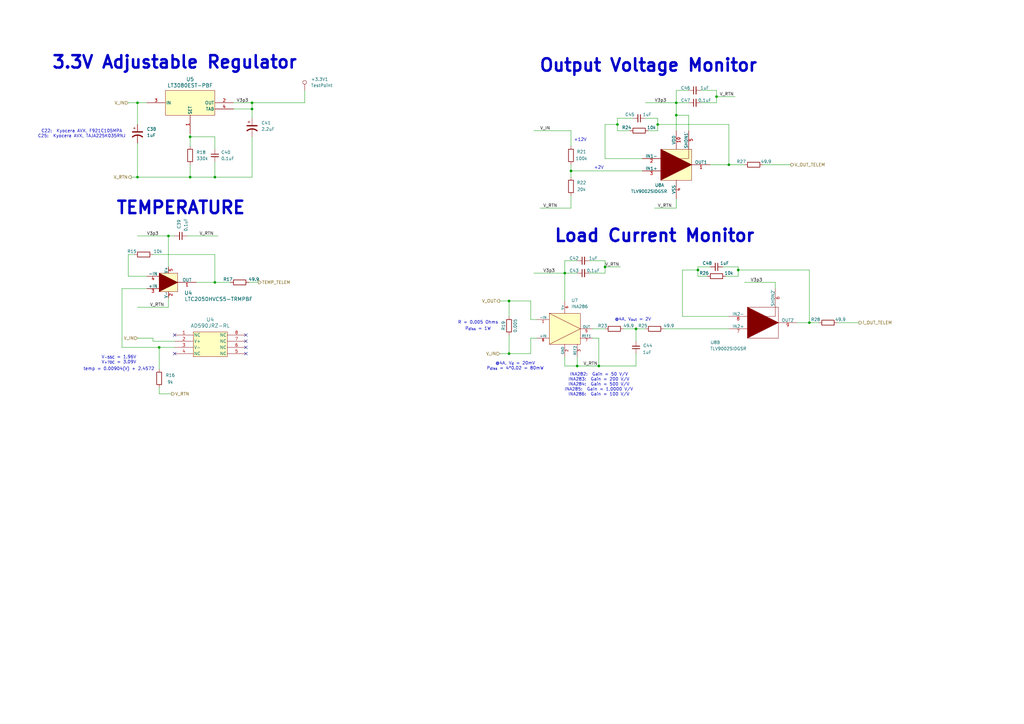
<source format=kicad_sch>
(kicad_sch
	(version 20250114)
	(generator "eeschema")
	(generator_version "9.0")
	(uuid "47f6bff4-aad8-4ed2-97d9-43e24a5b764f")
	(paper "A3")
	(lib_symbols
		(symbol "Analog_Dev:AD590JRZ-RL"
			(pin_names
				(offset 0.254)
			)
			(exclude_from_sim no)
			(in_bom yes)
			(on_board yes)
			(property "Reference" "U"
				(at 14.986 5.588 0)
				(effects
					(font
						(size 1.524 1.524)
					)
				)
			)
			(property "Value" "AD590JRZ-RL"
				(at 14.986 3.048 0)
				(effects
					(font
						(size 1.524 1.524)
					)
				)
			)
			(property "Footprint" "R_8_ADI"
				(at 0 0 0)
				(effects
					(font
						(size 1.27 1.27)
						(italic yes)
					)
					(hide yes)
				)
			)
			(property "Datasheet" "AD590JRZ-RL"
				(at 0 0 0)
				(effects
					(font
						(size 1.27 1.27)
						(italic yes)
					)
					(hide yes)
				)
			)
			(property "Description" ""
				(at 0 0 0)
				(effects
					(font
						(size 1.27 1.27)
					)
					(hide yes)
				)
			)
			(property "ki_locked" ""
				(at 0 0 0)
				(effects
					(font
						(size 1.27 1.27)
					)
				)
			)
			(property "ki_keywords" "AD590JRZ-RL"
				(at 0 0 0)
				(effects
					(font
						(size 1.27 1.27)
					)
					(hide yes)
				)
			)
			(property "ki_fp_filters" "R_8_ADI R_8_ADI-M R_8_ADI-L"
				(at 0 0 0)
				(effects
					(font
						(size 1.27 1.27)
					)
					(hide yes)
				)
			)
			(symbol "AD590JRZ-RL_0_1"
				(pin unspecified line
					(at 0 0 0)
					(length 7.62)
					(name "NC"
						(effects
							(font
								(size 1.27 1.27)
							)
						)
					)
					(number "1"
						(effects
							(font
								(size 1.27 1.27)
							)
						)
					)
				)
				(pin unspecified line
					(at 0 -2.54 0)
					(length 7.62)
					(name "V+"
						(effects
							(font
								(size 1.27 1.27)
							)
						)
					)
					(number "2"
						(effects
							(font
								(size 1.27 1.27)
							)
						)
					)
				)
				(pin unspecified line
					(at 0 -5.08 0)
					(length 7.62)
					(name "V-"
						(effects
							(font
								(size 1.27 1.27)
							)
						)
					)
					(number "3"
						(effects
							(font
								(size 1.27 1.27)
							)
						)
					)
				)
				(pin unspecified line
					(at 0 -7.62 0)
					(length 7.62)
					(name "NC"
						(effects
							(font
								(size 1.27 1.27)
							)
						)
					)
					(number "4"
						(effects
							(font
								(size 1.27 1.27)
							)
						)
					)
				)
				(pin unspecified line
					(at 29.21 0 180)
					(length 7.62)
					(name "NC"
						(effects
							(font
								(size 1.27 1.27)
							)
						)
					)
					(number "8"
						(effects
							(font
								(size 1.27 1.27)
							)
						)
					)
				)
				(pin unspecified line
					(at 29.21 -2.54 180)
					(length 7.62)
					(name "NC"
						(effects
							(font
								(size 1.27 1.27)
							)
						)
					)
					(number "7"
						(effects
							(font
								(size 1.27 1.27)
							)
						)
					)
				)
				(pin unspecified line
					(at 29.21 -5.08 180)
					(length 7.62)
					(name "NC"
						(effects
							(font
								(size 1.27 1.27)
							)
						)
					)
					(number "6"
						(effects
							(font
								(size 1.27 1.27)
							)
						)
					)
				)
				(pin unspecified line
					(at 29.21 -7.62 180)
					(length 7.62)
					(name "NC"
						(effects
							(font
								(size 1.27 1.27)
							)
						)
					)
					(number "5"
						(effects
							(font
								(size 1.27 1.27)
							)
						)
					)
				)
			)
			(symbol "AD590JRZ-RL_1_1"
				(rectangle
					(start 7.62 1.27)
					(end 21.59 -8.89)
					(stroke
						(width 0)
						(type default)
					)
					(fill
						(type background)
					)
				)
			)
			(embedded_fonts no)
		)
		(symbol "Analog_Dev:LT3080EST-PBF"
			(pin_names
				(offset 0.254)
			)
			(exclude_from_sim no)
			(in_bom yes)
			(on_board yes)
			(property "Reference" "U"
				(at 10.16 16.51 0)
				(effects
					(font
						(size 1.524 1.524)
					)
				)
			)
			(property "Value" "LT3080EST-PBF"
				(at 10.16 13.97 0)
				(effects
					(font
						(size 1.524 1.524)
					)
				)
			)
			(property "Footprint" "SOT-3_ST_LIT"
				(at -14.224 13.208 0)
				(effects
					(font
						(size 1.27 1.27)
						(italic yes)
					)
					(hide yes)
				)
			)
			(property "Datasheet" "LT3080EST-PBF"
				(at -10.922 19.558 0)
				(effects
					(font
						(size 1.27 1.27)
						(italic yes)
					)
					(hide yes)
				)
			)
			(property "Description" ""
				(at -17.78 6.35 0)
				(effects
					(font
						(size 1.27 1.27)
					)
					(hide yes)
				)
			)
			(property "ki_locked" ""
				(at 0 0 0)
				(effects
					(font
						(size 1.27 1.27)
					)
				)
			)
			(property "ki_keywords" "LT3080EST#PBF"
				(at 0 0 0)
				(effects
					(font
						(size 1.27 1.27)
					)
					(hide yes)
				)
			)
			(property "ki_fp_filters" "SOT-3_ST_LIT SOT-3_ST_LIT-M SOT-3_ST_LIT-L"
				(at 0 0 0)
				(effects
					(font
						(size 1.27 1.27)
					)
					(hide yes)
				)
			)
			(symbol "LT3080EST-PBF_0_1"
				(pin power_in line
					(at -7.62 5.08 0)
					(length 7.62)
					(name "IN"
						(effects
							(font
								(size 1.27 1.27)
							)
						)
					)
					(number "3"
						(effects
							(font
								(size 1.27 1.27)
							)
						)
					)
				)
				(pin input line
					(at 10.16 -7.62 90)
					(length 7.62)
					(name "SET"
						(effects
							(font
								(size 1.27 1.27)
							)
						)
					)
					(number "1"
						(effects
							(font
								(size 1.27 1.27)
							)
						)
					)
				)
				(pin output line
					(at 27.94 5.08 180)
					(length 7.62)
					(name "OUT"
						(effects
							(font
								(size 1.27 1.27)
							)
						)
					)
					(number "2"
						(effects
							(font
								(size 1.27 1.27)
							)
						)
					)
				)
			)
			(symbol "LT3080EST-PBF_1_1"
				(rectangle
					(start 0 10.16)
					(end 20.32 0)
					(stroke
						(width 0)
						(type default)
					)
					(fill
						(type background)
					)
				)
				(pin output line
					(at 27.94 2.54 180)
					(length 7.62)
					(name "TAB"
						(effects
							(font
								(size 1.27 1.27)
							)
						)
					)
					(number "4"
						(effects
							(font
								(size 1.27 1.27)
							)
						)
					)
				)
			)
			(embedded_fonts no)
		)
		(symbol "Analog_Dev:LTC2050HVCS5-TRMPBF"
			(pin_names
				(offset 0)
			)
			(exclude_from_sim no)
			(in_bom yes)
			(on_board yes)
			(property "Reference" "U"
				(at 7.366 -2.54 0)
				(effects
					(font
						(size 1.524 1.524)
					)
				)
			)
			(property "Value" "LTC2050HVCS5-TRMPBF"
				(at 20.32 -5.334 0)
				(effects
					(font
						(size 1.524 1.524)
					)
				)
			)
			(property "Footprint" "S_5_ADI"
				(at 19.558 -11.176 0)
				(effects
					(font
						(size 1.27 1.27)
						(italic yes)
					)
					(hide yes)
				)
			)
			(property "Datasheet" "LTC2050HVCS5-TRMPBF"
				(at 20.066 -8.382 0)
				(effects
					(font
						(size 1.27 1.27)
						(italic yes)
					)
					(hide yes)
				)
			)
			(property "Description" ""
				(at 0 0 0)
				(effects
					(font
						(size 1.27 1.27)
					)
					(hide yes)
				)
			)
			(property "ki_keywords" "LTC2050HVCS5#TRMPBF"
				(at 0 0 0)
				(effects
					(font
						(size 1.27 1.27)
					)
					(hide yes)
				)
			)
			(property "ki_fp_filters" "S_5_ADI"
				(at 0 0 0)
				(effects
					(font
						(size 1.27 1.27)
					)
					(hide yes)
				)
			)
			(symbol "LTC2050HVCS5-TRMPBF_1_1"
				(rectangle
					(start 0 7.62)
					(end 7.62 0)
					(stroke
						(width 0)
						(type default)
					)
					(fill
						(type background)
					)
				)
				(polyline
					(pts
						(xy 0 0) (xy 0 7.62) (xy 7.62 3.81) (xy 0 0)
					)
					(stroke
						(width 0)
						(type default)
					)
					(fill
						(type outline)
					)
				)
				(pin input line
					(at -5.08 6.35 0)
					(length 5.08)
					(name "-IN"
						(effects
							(font
								(size 1.27 1.27)
							)
						)
					)
					(number "4"
						(effects
							(font
								(size 1.27 1.27)
							)
						)
					)
				)
				(pin input line
					(at -5.08 1.27 0)
					(length 5.08)
					(name "+IN"
						(effects
							(font
								(size 1.27 1.27)
							)
						)
					)
					(number "3"
						(effects
							(font
								(size 1.27 1.27)
							)
						)
					)
				)
				(pin power_in line
					(at 3.81 10.16 270)
					(length 2.54)
					(name "V+"
						(effects
							(font
								(size 1.27 1.27)
							)
						)
					)
					(number "5"
						(effects
							(font
								(size 1.27 1.27)
							)
						)
					)
				)
				(pin power_in line
					(at 3.81 -2.54 90)
					(length 2.54)
					(name "V-"
						(effects
							(font
								(size 1.27 1.27)
							)
						)
					)
					(number "2"
						(effects
							(font
								(size 1.27 1.27)
							)
						)
					)
				)
				(pin output line
					(at 15.24 3.81 180)
					(length 7.62)
					(name "OUT"
						(effects
							(font
								(size 1.27 1.27)
							)
						)
					)
					(number "1"
						(effects
							(font
								(size 1.27 1.27)
							)
						)
					)
				)
			)
			(embedded_fonts no)
		)
		(symbol "Connector:TestPoint"
			(pin_numbers
				(hide yes)
			)
			(pin_names
				(offset 0.762)
				(hide yes)
			)
			(exclude_from_sim no)
			(in_bom yes)
			(on_board yes)
			(property "Reference" "TP"
				(at 0 6.858 0)
				(effects
					(font
						(size 1.27 1.27)
					)
				)
			)
			(property "Value" "TestPoint"
				(at 0 5.08 0)
				(effects
					(font
						(size 1.27 1.27)
					)
				)
			)
			(property "Footprint" ""
				(at 5.08 0 0)
				(effects
					(font
						(size 1.27 1.27)
					)
					(hide yes)
				)
			)
			(property "Datasheet" "~"
				(at 5.08 0 0)
				(effects
					(font
						(size 1.27 1.27)
					)
					(hide yes)
				)
			)
			(property "Description" "test point"
				(at 0 0 0)
				(effects
					(font
						(size 1.27 1.27)
					)
					(hide yes)
				)
			)
			(property "ki_keywords" "test point tp"
				(at 0 0 0)
				(effects
					(font
						(size 1.27 1.27)
					)
					(hide yes)
				)
			)
			(property "ki_fp_filters" "Pin* Test*"
				(at 0 0 0)
				(effects
					(font
						(size 1.27 1.27)
					)
					(hide yes)
				)
			)
			(symbol "TestPoint_0_1"
				(circle
					(center 0 3.302)
					(radius 0.762)
					(stroke
						(width 0)
						(type default)
					)
					(fill
						(type none)
					)
				)
			)
			(symbol "TestPoint_1_1"
				(pin passive line
					(at 0 0 90)
					(length 2.54)
					(name "1"
						(effects
							(font
								(size 1.27 1.27)
							)
						)
					)
					(number "1"
						(effects
							(font
								(size 1.27 1.27)
							)
						)
					)
				)
			)
			(embedded_fonts no)
		)
		(symbol "Device:C_Polarized_US"
			(pin_numbers
				(hide yes)
			)
			(pin_names
				(offset 0.254)
				(hide yes)
			)
			(exclude_from_sim no)
			(in_bom yes)
			(on_board yes)
			(property "Reference" "C"
				(at 0.635 2.54 0)
				(effects
					(font
						(size 1.27 1.27)
					)
					(justify left)
				)
			)
			(property "Value" "C_Polarized_US"
				(at 0.635 -2.54 0)
				(effects
					(font
						(size 1.27 1.27)
					)
					(justify left)
				)
			)
			(property "Footprint" ""
				(at 0 0 0)
				(effects
					(font
						(size 1.27 1.27)
					)
					(hide yes)
				)
			)
			(property "Datasheet" "~"
				(at 0 0 0)
				(effects
					(font
						(size 1.27 1.27)
					)
					(hide yes)
				)
			)
			(property "Description" "Polarized capacitor, US symbol"
				(at 0 0 0)
				(effects
					(font
						(size 1.27 1.27)
					)
					(hide yes)
				)
			)
			(property "ki_keywords" "cap capacitor"
				(at 0 0 0)
				(effects
					(font
						(size 1.27 1.27)
					)
					(hide yes)
				)
			)
			(property "ki_fp_filters" "CP_*"
				(at 0 0 0)
				(effects
					(font
						(size 1.27 1.27)
					)
					(hide yes)
				)
			)
			(symbol "C_Polarized_US_0_1"
				(polyline
					(pts
						(xy -2.032 0.762) (xy 2.032 0.762)
					)
					(stroke
						(width 0.508)
						(type default)
					)
					(fill
						(type none)
					)
				)
				(polyline
					(pts
						(xy -1.778 2.286) (xy -0.762 2.286)
					)
					(stroke
						(width 0)
						(type default)
					)
					(fill
						(type none)
					)
				)
				(polyline
					(pts
						(xy -1.27 1.778) (xy -1.27 2.794)
					)
					(stroke
						(width 0)
						(type default)
					)
					(fill
						(type none)
					)
				)
				(arc
					(start -2.032 -1.27)
					(mid 0 -0.5572)
					(end 2.032 -1.27)
					(stroke
						(width 0.508)
						(type default)
					)
					(fill
						(type none)
					)
				)
			)
			(symbol "C_Polarized_US_1_1"
				(pin passive line
					(at 0 3.81 270)
					(length 2.794)
					(name "~"
						(effects
							(font
								(size 1.27 1.27)
							)
						)
					)
					(number "1"
						(effects
							(font
								(size 1.27 1.27)
							)
						)
					)
				)
				(pin passive line
					(at 0 -3.81 90)
					(length 3.302)
					(name "~"
						(effects
							(font
								(size 1.27 1.27)
							)
						)
					)
					(number "2"
						(effects
							(font
								(size 1.27 1.27)
							)
						)
					)
				)
			)
			(embedded_fonts no)
		)
		(symbol "Device:C_Small"
			(pin_numbers
				(hide yes)
			)
			(pin_names
				(offset 0.254)
				(hide yes)
			)
			(exclude_from_sim no)
			(in_bom yes)
			(on_board yes)
			(property "Reference" "C"
				(at 0.254 1.778 0)
				(effects
					(font
						(size 1.27 1.27)
					)
					(justify left)
				)
			)
			(property "Value" "C_Small"
				(at 0.254 -2.032 0)
				(effects
					(font
						(size 1.27 1.27)
					)
					(justify left)
				)
			)
			(property "Footprint" ""
				(at 0 0 0)
				(effects
					(font
						(size 1.27 1.27)
					)
					(hide yes)
				)
			)
			(property "Datasheet" "~"
				(at 0 0 0)
				(effects
					(font
						(size 1.27 1.27)
					)
					(hide yes)
				)
			)
			(property "Description" "Unpolarized capacitor, small symbol"
				(at 0 0 0)
				(effects
					(font
						(size 1.27 1.27)
					)
					(hide yes)
				)
			)
			(property "ki_keywords" "capacitor cap"
				(at 0 0 0)
				(effects
					(font
						(size 1.27 1.27)
					)
					(hide yes)
				)
			)
			(property "ki_fp_filters" "C_*"
				(at 0 0 0)
				(effects
					(font
						(size 1.27 1.27)
					)
					(hide yes)
				)
			)
			(symbol "C_Small_0_1"
				(polyline
					(pts
						(xy -1.524 0.508) (xy 1.524 0.508)
					)
					(stroke
						(width 0.3048)
						(type default)
					)
					(fill
						(type none)
					)
				)
				(polyline
					(pts
						(xy -1.524 -0.508) (xy 1.524 -0.508)
					)
					(stroke
						(width 0.3302)
						(type default)
					)
					(fill
						(type none)
					)
				)
			)
			(symbol "C_Small_1_1"
				(pin passive line
					(at 0 2.54 270)
					(length 2.032)
					(name "~"
						(effects
							(font
								(size 1.27 1.27)
							)
						)
					)
					(number "1"
						(effects
							(font
								(size 1.27 1.27)
							)
						)
					)
				)
				(pin passive line
					(at 0 -2.54 90)
					(length 2.032)
					(name "~"
						(effects
							(font
								(size 1.27 1.27)
							)
						)
					)
					(number "2"
						(effects
							(font
								(size 1.27 1.27)
							)
						)
					)
				)
			)
			(embedded_fonts no)
		)
		(symbol "Device:R"
			(pin_numbers
				(hide yes)
			)
			(pin_names
				(offset 0)
			)
			(exclude_from_sim no)
			(in_bom yes)
			(on_board yes)
			(property "Reference" "R"
				(at 2.032 0 90)
				(effects
					(font
						(size 1.27 1.27)
					)
				)
			)
			(property "Value" "R"
				(at 0 0 90)
				(effects
					(font
						(size 1.27 1.27)
					)
				)
			)
			(property "Footprint" ""
				(at -1.778 0 90)
				(effects
					(font
						(size 1.27 1.27)
					)
					(hide yes)
				)
			)
			(property "Datasheet" "~"
				(at 0 0 0)
				(effects
					(font
						(size 1.27 1.27)
					)
					(hide yes)
				)
			)
			(property "Description" "Resistor"
				(at 0 0 0)
				(effects
					(font
						(size 1.27 1.27)
					)
					(hide yes)
				)
			)
			(property "ki_keywords" "R res resistor"
				(at 0 0 0)
				(effects
					(font
						(size 1.27 1.27)
					)
					(hide yes)
				)
			)
			(property "ki_fp_filters" "R_*"
				(at 0 0 0)
				(effects
					(font
						(size 1.27 1.27)
					)
					(hide yes)
				)
			)
			(symbol "R_0_1"
				(rectangle
					(start -1.016 -2.54)
					(end 1.016 2.54)
					(stroke
						(width 0.254)
						(type default)
					)
					(fill
						(type none)
					)
				)
			)
			(symbol "R_1_1"
				(pin passive line
					(at 0 3.81 270)
					(length 1.27)
					(name "~"
						(effects
							(font
								(size 1.27 1.27)
							)
						)
					)
					(number "1"
						(effects
							(font
								(size 1.27 1.27)
							)
						)
					)
				)
				(pin passive line
					(at 0 -3.81 90)
					(length 1.27)
					(name "~"
						(effects
							(font
								(size 1.27 1.27)
							)
						)
					)
					(number "2"
						(effects
							(font
								(size 1.27 1.27)
							)
						)
					)
				)
			)
			(embedded_fonts no)
		)
		(symbol "Texas Instruments:INA28x"
			(pin_names
				(offset 0)
			)
			(exclude_from_sim no)
			(in_bom yes)
			(on_board yes)
			(property "Reference" "U"
				(at -2.032 -3.556 0)
				(effects
					(font
						(size 1.27 1.27)
					)
					(justify left bottom)
				)
			)
			(property "Value" "INA28x"
				(at -6.096 14.478 0)
				(effects
					(font
						(size 1.27 1.27)
					)
					(justify left bottom)
				)
			)
			(property "Footprint" "INA285AQDRQ1:SOIC127P599X175-8N"
				(at 8.382 5.588 0)
				(effects
					(font
						(size 1.27 1.27)
					)
					(justify bottom)
					(hide yes)
				)
			)
			(property "Datasheet" ""
				(at 0 0 0)
				(effects
					(font
						(size 1.27 1.27)
					)
					(hide yes)
				)
			)
			(property "Description" ""
				(at 0 0 0)
				(effects
					(font
						(size 1.27 1.27)
					)
					(hide yes)
				)
			)
			(symbol "INA28x_0_0"
				(pin input line
					(at -5.08 10.16 0)
					(length 5.08)
					(name "-IN"
						(effects
							(font
								(size 1.016 1.016)
							)
						)
					)
					(number "1"
						(effects
							(font
								(size 1.016 1.016)
							)
						)
					)
				)
				(pin input line
					(at -5.08 2.54 0)
					(length 5.08)
					(name "+IN"
						(effects
							(font
								(size 1.016 1.016)
							)
						)
					)
					(number "8"
						(effects
							(font
								(size 1.016 1.016)
							)
						)
					)
				)
				(pin power_in line
					(at 6.35 17.78 270)
					(length 5.08)
					(name "V+"
						(effects
							(font
								(size 1.016 1.016)
							)
						)
					)
					(number "6"
						(effects
							(font
								(size 1.016 1.016)
							)
						)
					)
				)
				(pin power_in line
					(at 6.35 -5.08 90)
					(length 5.08)
					(name "GND"
						(effects
							(font
								(size 1.016 1.016)
							)
						)
					)
					(number "2"
						(effects
							(font
								(size 1.016 1.016)
							)
						)
					)
				)
				(pin input line
					(at 11.43 -5.08 90)
					(length 5.08)
					(name "REF2"
						(effects
							(font
								(size 1.016 1.016)
							)
						)
					)
					(number "3"
						(effects
							(font
								(size 1.016 1.016)
							)
						)
					)
				)
				(pin output line
					(at 17.78 6.35 180)
					(length 5.08)
					(name "OUT"
						(effects
							(font
								(size 1.016 1.016)
							)
						)
					)
					(number "5"
						(effects
							(font
								(size 1.016 1.016)
							)
						)
					)
				)
				(pin input line
					(at 17.78 2.54 180)
					(length 5.08)
					(name "REF1"
						(effects
							(font
								(size 1.016 1.016)
							)
						)
					)
					(number "7"
						(effects
							(font
								(size 1.016 1.016)
							)
						)
					)
				)
			)
			(symbol "INA28x_1_1"
				(rectangle
					(start 0 12.7)
					(end 12.7 0)
					(stroke
						(width 0)
						(type default)
					)
					(fill
						(type background)
					)
				)
				(polyline
					(pts
						(xy 0 12.7) (xy 12.7 6.35) (xy 0 0)
					)
					(stroke
						(width 0)
						(type default)
					)
					(fill
						(type none)
					)
				)
			)
			(embedded_fonts no)
		)
		(symbol "Texas Instruments:TLV9002SIDGSR"
			(pin_names
				(offset 0)
			)
			(exclude_from_sim no)
			(in_bom yes)
			(on_board yes)
			(property "Reference" "U"
				(at 2.54 -1.27 0)
				(effects
					(font
						(size 1.27 1.27)
					)
				)
			)
			(property "Value" ""
				(at 0 0 0)
				(effects
					(font
						(size 1.27 1.27)
					)
				)
			)
			(property "Footprint" ""
				(at 0 0 0)
				(effects
					(font
						(size 1.27 1.27)
					)
					(hide yes)
				)
			)
			(property "Datasheet" ""
				(at 0 0 0)
				(effects
					(font
						(size 1.27 1.27)
					)
					(hide yes)
				)
			)
			(property "Description" ""
				(at 0 0 0)
				(effects
					(font
						(size 1.27 1.27)
					)
					(hide yes)
				)
			)
			(property "ki_locked" ""
				(at 0 0 0)
				(effects
					(font
						(size 1.27 1.27)
					)
				)
			)
			(symbol "TLV9002SIDGSR_1_1"
				(rectangle
					(start 0 12.7)
					(end 12.7 0)
					(stroke
						(width 0)
						(type default)
					)
					(fill
						(type background)
					)
				)
				(polyline
					(pts
						(xy 0 12.7) (xy 0 0) (xy 12.7 6.35) (xy 0 12.7)
					)
					(stroke
						(width 0)
						(type default)
					)
					(fill
						(type outline)
					)
				)
				(polyline
					(pts
						(xy 6.35 8.89) (xy 11.43 8.89) (xy 11.43 12.7)
					)
					(stroke
						(width 0)
						(type default)
					)
					(fill
						(type none)
					)
				)
				(pin input line
					(at -7.62 8.89 0)
					(length 7.62)
					(name "IN1-"
						(effects
							(font
								(size 1.27 1.27)
							)
						)
					)
					(number "2"
						(effects
							(font
								(size 1.27 1.27)
							)
						)
					)
				)
				(pin input line
					(at -7.62 3.81 0)
					(length 7.62)
					(name "IN1+"
						(effects
							(font
								(size 1.27 1.27)
							)
						)
					)
					(number "3"
						(effects
							(font
								(size 1.27 1.27)
							)
						)
					)
				)
				(pin power_in line
					(at 6.35 20.32 270)
					(length 7.62)
					(name "VDD"
						(effects
							(font
								(size 1.27 1.27)
							)
						)
					)
					(number "10"
						(effects
							(font
								(size 1.27 1.27)
							)
						)
					)
				)
				(pin power_in line
					(at 6.35 -7.62 90)
					(length 7.62)
					(name "VSS"
						(effects
							(font
								(size 1.27 1.27)
							)
						)
					)
					(number "4"
						(effects
							(font
								(size 1.27 1.27)
							)
						)
					)
				)
				(pin power_in line
					(at 11.43 20.32 270)
					(length 7.62)
					(name "SHDN1`"
						(effects
							(font
								(size 1.27 1.27)
							)
						)
					)
					(number "5"
						(effects
							(font
								(size 1.27 1.27)
							)
						)
					)
				)
				(pin output line
					(at 20.32 6.35 180)
					(length 7.62)
					(name "OUT1"
						(effects
							(font
								(size 1.27 1.27)
							)
						)
					)
					(number "1"
						(effects
							(font
								(size 1.27 1.27)
							)
						)
					)
				)
			)
			(symbol "TLV9002SIDGSR_2_1"
				(rectangle
					(start 0 12.7)
					(end 12.7 0)
					(stroke
						(width 0)
						(type default)
					)
					(fill
						(type none)
					)
				)
				(polyline
					(pts
						(xy 0 12.7) (xy 0 0) (xy 12.7 6.35) (xy 0 12.7)
					)
					(stroke
						(width 0)
						(type default)
					)
					(fill
						(type outline)
					)
				)
				(polyline
					(pts
						(xy 5.08 8.89) (xy 11.43 8.89) (xy 11.43 12.7)
					)
					(stroke
						(width 0)
						(type default)
					)
					(fill
						(type none)
					)
				)
				(pin input line
					(at -7.62 8.89 0)
					(length 7.62)
					(name "IN2-"
						(effects
							(font
								(size 1.27 1.27)
							)
						)
					)
					(number "8"
						(effects
							(font
								(size 1.27 1.27)
							)
						)
					)
				)
				(pin input line
					(at -7.62 3.81 0)
					(length 7.62)
					(name "IN2+"
						(effects
							(font
								(size 1.27 1.27)
							)
						)
					)
					(number "7"
						(effects
							(font
								(size 1.27 1.27)
							)
						)
					)
				)
				(pin power_in line
					(at 11.43 20.32 270)
					(length 7.62)
					(name "SHDN2`"
						(effects
							(font
								(size 1.27 1.27)
							)
						)
					)
					(number "6"
						(effects
							(font
								(size 1.27 1.27)
							)
						)
					)
				)
				(pin output line
					(at 20.32 6.35 180)
					(length 7.62)
					(name "OUT2"
						(effects
							(font
								(size 1.27 1.27)
							)
						)
					)
					(number "9"
						(effects
							(font
								(size 1.27 1.27)
							)
						)
					)
				)
			)
			(embedded_fonts no)
		)
	)
	(text "TEMPERATURE"
		(exclude_from_sim no)
		(at 74.168 85.344 0)
		(effects
			(font
				(size 5.08 5.08)
				(thickness 1.016)
				(bold yes)
			)
		)
		(uuid "1639f50b-dc4b-4298-95cc-514abe7902ac")
	)
	(text "+12V"
		(exclude_from_sim no)
		(at 237.998 57.404 0)
		(effects
			(font
				(size 1.27 1.27)
			)
		)
		(uuid "316331f5-ee5c-4da5-ae18-948a22bfdd23")
	)
	(text "@4A, V_{out} = 2V"
		(exclude_from_sim no)
		(at 259.588 131.064 0)
		(effects
			(font
				(size 1.27 1.27)
			)
		)
		(uuid "3ec18864-a7f7-4424-9a95-843210ae97d1")
	)
	(text "+2V"
		(exclude_from_sim no)
		(at 245.618 68.834 0)
		(effects
			(font
				(size 1.27 1.27)
			)
		)
		(uuid "4ac21056-545e-4d06-acc0-d57f34dfcd28")
	)
	(text "3.3V Adjustable Regulator"
		(exclude_from_sim no)
		(at 71.628 25.654 0)
		(effects
			(font
				(size 5.08 5.08)
				(thickness 1.016)
				(bold yes)
			)
		)
		(uuid "5bc5779b-7c5d-4189-8df0-8f68620104a5")
	)
	(text "Output Voltage Monitor"
		(exclude_from_sim no)
		(at 265.938 26.924 0)
		(effects
			(font
				(size 5.08 5.08)
				(thickness 1.016)
				(bold yes)
			)
		)
		(uuid "5e0abc99-f697-4e77-a135-5d1a9274788a")
	)
	(text "R = 0.005 Ohms"
		(exclude_from_sim no)
		(at 196.088 132.334 0)
		(effects
			(font
				(size 1.27 1.27)
			)
		)
		(uuid "6cc88bf8-d66a-4865-9fad-5cfea56e2fd2")
	)
	(text "C22:  Kyocera AVX, F921C105MPA\nC25:  Kyocera AVX, TAJA225K035RNJ\n"
		(exclude_from_sim no)
		(at 33.528 54.864 0)
		(effects
			(font
				(size 1.27 1.27)
			)
		)
		(uuid "72e1564b-6e3b-4ca2-a146-c33eca059d34")
	)
	(text "Load Current Monitor"
		(exclude_from_sim no)
		(at 268.478 96.774 0)
		(effects
			(font
				(size 5.08 5.08)
				(thickness 1.016)
				(bold yes)
			)
		)
		(uuid "81358cb6-19c0-4263-9e55-1eea457d6f99")
	)
	(text "P_{diss} = 1W"
		(exclude_from_sim no)
		(at 196.088 134.874 0)
		(effects
			(font
				(size 1.27 1.27)
			)
		)
		(uuid "9b160091-cf41-4954-a986-5588aaffc717")
	)
	(text "INA282:  Gain = 50 V/V\nINA283:  Gain = 200 V/V\nINA284:  Gain = 500 V/V\nINA285:  Gain = 1,0000 V/V\nINA286:  Gain = 100 V/V"
		(exclude_from_sim no)
		(at 245.618 157.734 0)
		(effects
			(font
				(size 1.27 1.27)
			)
		)
		(uuid "c8d775b8-55d9-4dea-9152-769e6122472e")
	)
	(text "@4A, V_{d} = 20mV\nP_{diss} = 4*0.02 = 80mW"
		(exclude_from_sim no)
		(at 211.328 150.114 0)
		(effects
			(font
				(size 1.27 1.27)
			)
		)
		(uuid "d0bebd65-1401-4405-92ad-36076beb6e1c")
	)
	(text "V_{-55C} = 1.96V\nV_{+70C} = 3.09V"
		(exclude_from_sim no)
		(at 48.768 147.574 0)
		(effects
			(font
				(size 1.27 1.27)
			)
		)
		(uuid "e6a9cd8a-7f3f-4cc1-9574-c45199fcfd4f")
	)
	(text "temp = 0.00904(V) + 2.4572"
		(exclude_from_sim no)
		(at 48.768 151.384 0)
		(effects
			(font
				(size 1.27 1.27)
			)
		)
		(uuid "fe3b2201-9e24-48bc-b1f4-18d8beb24f5b")
	)
	(junction
		(at 248.158 109.474)
		(diameter 0)
		(color 0 0 0 0)
		(uuid "001ea659-4619-4fc0-9af3-5d13d99084fa")
	)
	(junction
		(at 69.088 96.774)
		(diameter 0)
		(color 0 0 0 0)
		(uuid "00db02fa-2e8c-4973-bfb9-b97ba46be9aa")
	)
	(junction
		(at 234.188 70.104)
		(diameter 0)
		(color 0 0 0 0)
		(uuid "0e3dcf60-9f22-429c-9342-0eb80bb270c0")
	)
	(junction
		(at 236.728 150.114)
		(diameter 0)
		(color 0 0 0 0)
		(uuid "15da7990-8614-4bb2-8efe-5c4acfab5790")
	)
	(junction
		(at 286.258 110.744)
		(diameter 0)
		(color 0 0 0 0)
		(uuid "17f93304-2616-4aaf-83f7-17d8c3f21c5f")
	)
	(junction
		(at 245.618 150.114)
		(diameter 0)
		(color 0 0 0 0)
		(uuid "2068ab63-0cbc-438e-a98c-1c3f60e86f72")
	)
	(junction
		(at 208.788 123.444)
		(diameter 0)
		(color 0 0 0 0)
		(uuid "4026dad8-b702-407f-b5c6-dbd5c720324c")
	)
	(junction
		(at 269.748 51.054)
		(diameter 0)
		(color 0 0 0 0)
		(uuid "52bf8b4c-ec7c-48fc-9b08-c7e0af64d568")
	)
	(junction
		(at 65.278 142.494)
		(diameter 0)
		(color 0 0 0 0)
		(uuid "5b4ff8a0-fc57-4b78-80d2-42d5b9baa513")
	)
	(junction
		(at 302.768 110.744)
		(diameter 0)
		(color 0 0 0 0)
		(uuid "5c4e168b-3f74-45df-8137-7d3474ee4b4f")
	)
	(junction
		(at 88.138 72.644)
		(diameter 0)
		(color 0 0 0 0)
		(uuid "5cf23cac-173a-4618-aa6f-01960690d41f")
	)
	(junction
		(at 56.388 72.644)
		(diameter 0)
		(color 0 0 0 0)
		(uuid "7b1ce5f3-b3a9-44f0-bd90-51df2dc41b1a")
	)
	(junction
		(at 77.978 56.134)
		(diameter 0)
		(color 0 0 0 0)
		(uuid "8845e773-a557-4d3c-81f6-32408c8773f1")
	)
	(junction
		(at 103.378 44.704)
		(diameter 0)
		(color 0 0 0 0)
		(uuid "9fb414f0-cd40-4897-bc08-691dd4c732f4")
	)
	(junction
		(at 293.878 39.624)
		(diameter 0)
		(color 0 0 0 0)
		(uuid "a51c7f4f-7d79-412c-957c-9ad80c103a05")
	)
	(junction
		(at 56.388 42.164)
		(diameter 0)
		(color 0 0 0 0)
		(uuid "adb9d08c-48c3-47a5-8d93-63047e63f607")
	)
	(junction
		(at 277.368 42.164)
		(diameter 0)
		(color 0 0 0 0)
		(uuid "ae5837e0-4f1b-4173-a031-148002605def")
	)
	(junction
		(at 253.238 51.054)
		(diameter 0)
		(color 0 0 0 0)
		(uuid "af8e90f1-55cd-422e-a9ff-cfef1d4528a0")
	)
	(junction
		(at 231.648 112.014)
		(diameter 0)
		(color 0 0 0 0)
		(uuid "b4d6b9b5-9299-4ca0-9699-357a94e9a61f")
	)
	(junction
		(at 103.378 42.164)
		(diameter 0)
		(color 0 0 0 0)
		(uuid "b85d7ed3-2f73-4274-a044-f892ba20e865")
	)
	(junction
		(at 208.788 145.034)
		(diameter 0)
		(color 0 0 0 0)
		(uuid "bf69093b-381f-45d5-83c9-25b5cf59fc2d")
	)
	(junction
		(at 77.978 72.644)
		(diameter 0)
		(color 0 0 0 0)
		(uuid "c0f9d078-e8df-4a88-8675-96bce0c66117")
	)
	(junction
		(at 260.858 134.874)
		(diameter 0)
		(color 0 0 0 0)
		(uuid "cb3e9b26-2430-4a11-b361-bebc17212298")
	)
	(junction
		(at 331.978 132.334)
		(diameter 0)
		(color 0 0 0 0)
		(uuid "cb8f4757-ba53-430f-b8df-398033da2d9c")
	)
	(junction
		(at 88.138 115.824)
		(diameter 0)
		(color 0 0 0 0)
		(uuid "d5b2d576-f860-4e71-875d-987077d0658a")
	)
	(junction
		(at 277.368 47.244)
		(diameter 0)
		(color 0 0 0 0)
		(uuid "dc44336c-aa4c-48f6-ba32-60cf76d77202")
	)
	(junction
		(at 298.958 67.564)
		(diameter 0)
		(color 0 0 0 0)
		(uuid "e7b20015-8b30-464a-975a-517bb60f6285")
	)
	(no_connect
		(at 100.838 142.494)
		(uuid "0d05d279-641c-4d49-ab0c-d3dfc4ffba72")
	)
	(no_connect
		(at 100.838 137.414)
		(uuid "209313a2-fd41-48fa-9f02-595d2408aa19")
	)
	(no_connect
		(at 100.838 139.954)
		(uuid "4c7aa2ed-876c-4544-8a45-48170e85ec1e")
	)
	(no_connect
		(at 71.628 145.034)
		(uuid "95d88307-ab91-45ae-bd9a-2ccd5b4f9ed4")
	)
	(no_connect
		(at 71.628 137.414)
		(uuid "9ff76cda-6c9e-4239-bef6-18cbec88f55d")
	)
	(no_connect
		(at 100.838 145.034)
		(uuid "bd21b6f2-5e83-4770-967b-3246617520a1")
	)
	(wire
		(pts
			(xy 220.218 131.064) (xy 217.678 131.064)
		)
		(stroke
			(width 0)
			(type default)
		)
		(uuid "005aa119-6d7b-4d94-ae14-b9fa1c77a060")
	)
	(wire
		(pts
			(xy 217.678 145.034) (xy 208.788 145.034)
		)
		(stroke
			(width 0)
			(type default)
		)
		(uuid "024ce7fa-c0ad-4af7-b778-25cecd0629ae")
	)
	(wire
		(pts
			(xy 268.478 85.344) (xy 277.368 85.344)
		)
		(stroke
			(width 0)
			(type default)
		)
		(uuid "0832942c-c3b8-4324-aa39-4a6330286976")
	)
	(wire
		(pts
			(xy 236.728 146.304) (xy 236.728 150.114)
		)
		(stroke
			(width 0)
			(type default)
		)
		(uuid "0e387a40-68b6-441a-b956-43d0a88f2417")
	)
	(wire
		(pts
			(xy 293.878 39.624) (xy 301.498 39.624)
		)
		(stroke
			(width 0)
			(type default)
		)
		(uuid "105c7df2-828a-42ec-90bf-a78e67e67073")
	)
	(wire
		(pts
			(xy 234.188 70.104) (xy 263.398 70.104)
		)
		(stroke
			(width 0)
			(type default)
		)
		(uuid "109a4d27-0fe8-4c3c-89af-322c7755ab91")
	)
	(wire
		(pts
			(xy 53.848 72.644) (xy 56.388 72.644)
		)
		(stroke
			(width 0)
			(type default)
		)
		(uuid "15835f81-a02b-482b-974d-bcc5d6bc2adb")
	)
	(wire
		(pts
			(xy 231.648 150.114) (xy 236.728 150.114)
		)
		(stroke
			(width 0)
			(type default)
		)
		(uuid "1617ddca-3098-446b-ac98-cce7c624cddb")
	)
	(wire
		(pts
			(xy 248.158 109.474) (xy 254.508 109.474)
		)
		(stroke
			(width 0)
			(type default)
		)
		(uuid "16bbbf93-0168-4635-b866-de70f5e621b2")
	)
	(wire
		(pts
			(xy 69.088 122.174) (xy 69.088 125.984)
		)
		(stroke
			(width 0)
			(type default)
		)
		(uuid "16ce7804-fb31-4faa-9f0d-14e8cfc5947c")
	)
	(wire
		(pts
			(xy 88.138 61.214) (xy 88.138 56.134)
		)
		(stroke
			(width 0)
			(type default)
		)
		(uuid "1877cbfd-c7f7-4ab1-b74b-ab338afda1d6")
	)
	(wire
		(pts
			(xy 52.578 104.394) (xy 55.118 104.394)
		)
		(stroke
			(width 0)
			(type default)
		)
		(uuid "19d578f9-6cac-4e8e-87b3-f29704b1851b")
	)
	(wire
		(pts
			(xy 103.378 42.164) (xy 103.378 44.704)
		)
		(stroke
			(width 0)
			(type default)
		)
		(uuid "1a0db29f-b0ce-4e72-a30a-21b39e8053e6")
	)
	(wire
		(pts
			(xy 282.448 47.244) (xy 277.368 47.244)
		)
		(stroke
			(width 0)
			(type default)
		)
		(uuid "1a69f25a-adee-4a09-8adc-333532a742f5")
	)
	(wire
		(pts
			(xy 293.878 42.164) (xy 287.528 42.164)
		)
		(stroke
			(width 0)
			(type default)
		)
		(uuid "1b8e6040-f31d-4afe-9797-da18d0b9b8e4")
	)
	(wire
		(pts
			(xy 56.388 138.684) (xy 62.738 138.684)
		)
		(stroke
			(width 0)
			(type default)
		)
		(uuid "1c0ddce7-3538-4587-958c-a23d9eb42d95")
	)
	(wire
		(pts
			(xy 277.368 37.084) (xy 277.368 42.164)
		)
		(stroke
			(width 0)
			(type default)
		)
		(uuid "1ed9e0a0-488a-437b-a977-afd68d2a11e2")
	)
	(wire
		(pts
			(xy 260.858 150.114) (xy 245.618 150.114)
		)
		(stroke
			(width 0)
			(type default)
		)
		(uuid "1fedb237-1cbe-4c76-a3da-13cdc69540a3")
	)
	(wire
		(pts
			(xy 248.158 51.054) (xy 248.158 65.024)
		)
		(stroke
			(width 0)
			(type default)
		)
		(uuid "207bf6fd-9917-45bc-b37f-0303c82baa74")
	)
	(wire
		(pts
			(xy 231.648 106.934) (xy 231.648 112.014)
		)
		(stroke
			(width 0)
			(type default)
		)
		(uuid "24148795-406e-4795-b2de-98212a184a7f")
	)
	(wire
		(pts
			(xy 217.678 131.064) (xy 217.678 123.444)
		)
		(stroke
			(width 0)
			(type default)
		)
		(uuid "245b7960-c23c-4fb0-a227-f42af10a8b95")
	)
	(wire
		(pts
			(xy 282.448 53.594) (xy 282.448 47.244)
		)
		(stroke
			(width 0)
			(type default)
		)
		(uuid "255ae60e-14ae-4b02-9e3c-d267821f2cb5")
	)
	(wire
		(pts
			(xy 248.158 65.024) (xy 263.398 65.024)
		)
		(stroke
			(width 0)
			(type default)
		)
		(uuid "28dca7e8-d985-4c94-86c0-0ca038cbb9d6")
	)
	(wire
		(pts
			(xy 255.778 134.874) (xy 260.858 134.874)
		)
		(stroke
			(width 0)
			(type default)
		)
		(uuid "2d62a955-8eb0-42d2-9340-446221f7460b")
	)
	(wire
		(pts
			(xy 318.008 118.364) (xy 318.008 115.824)
		)
		(stroke
			(width 0)
			(type default)
		)
		(uuid "2f1614db-fcec-43b2-b105-3db6696edf52")
	)
	(wire
		(pts
			(xy 269.748 53.594) (xy 265.938 53.594)
		)
		(stroke
			(width 0)
			(type default)
		)
		(uuid "333384aa-43ff-4f53-b513-1934562440a3")
	)
	(wire
		(pts
			(xy 269.748 48.514) (xy 269.748 51.054)
		)
		(stroke
			(width 0)
			(type default)
		)
		(uuid "35709280-ee25-44c2-82a5-7f3223bcd55c")
	)
	(wire
		(pts
			(xy 245.618 138.684) (xy 243.078 138.684)
		)
		(stroke
			(width 0)
			(type default)
		)
		(uuid "35dd701f-cfb3-4134-aa75-c6897384437b")
	)
	(wire
		(pts
			(xy 312.928 67.564) (xy 324.358 67.564)
		)
		(stroke
			(width 0)
			(type default)
		)
		(uuid "3637d258-60f4-489b-9773-19eda966d8e9")
	)
	(wire
		(pts
			(xy 56.388 58.674) (xy 56.388 72.644)
		)
		(stroke
			(width 0)
			(type default)
		)
		(uuid "3844fd06-70de-4fa5-9428-add9ca09d879")
	)
	(wire
		(pts
			(xy 234.188 67.564) (xy 234.188 70.104)
		)
		(stroke
			(width 0)
			(type default)
		)
		(uuid "3885cf7e-5b2e-4221-8d39-ad45a2cb5742")
	)
	(wire
		(pts
			(xy 76.708 96.774) (xy 89.408 96.774)
		)
		(stroke
			(width 0)
			(type default)
		)
		(uuid "3c10902a-2488-412c-8595-ed49c16d7d34")
	)
	(wire
		(pts
			(xy 291.338 67.564) (xy 298.958 67.564)
		)
		(stroke
			(width 0)
			(type default)
		)
		(uuid "3ea31a79-6616-475e-b3d9-e1fe30d05f0f")
	)
	(wire
		(pts
			(xy 217.678 123.444) (xy 208.788 123.444)
		)
		(stroke
			(width 0)
			(type default)
		)
		(uuid "4127d141-e765-45fe-84bf-e64d3839b40f")
	)
	(wire
		(pts
			(xy 234.188 53.594) (xy 234.188 59.944)
		)
		(stroke
			(width 0)
			(type default)
		)
		(uuid "41fb6fb4-7852-48e4-91a4-a8e27c4573c2")
	)
	(wire
		(pts
			(xy 56.388 96.774) (xy 69.088 96.774)
		)
		(stroke
			(width 0)
			(type default)
		)
		(uuid "42045dba-3d45-4e69-99fc-5c423c30f5a2")
	)
	(wire
		(pts
			(xy 65.278 159.004) (xy 65.278 161.544)
		)
		(stroke
			(width 0)
			(type default)
		)
		(uuid "42f1086f-753c-4def-9aa1-9488c57729fe")
	)
	(wire
		(pts
			(xy 231.648 123.444) (xy 231.648 112.014)
		)
		(stroke
			(width 0)
			(type default)
		)
		(uuid "4a8ea99c-85b1-44de-b31d-8e266f6359f0")
	)
	(wire
		(pts
			(xy 231.648 106.934) (xy 236.728 106.934)
		)
		(stroke
			(width 0)
			(type default)
		)
		(uuid "4f3e5eb1-5e03-4dee-b61e-7ece7b4a33e7")
	)
	(wire
		(pts
			(xy 253.238 51.054) (xy 248.158 51.054)
		)
		(stroke
			(width 0)
			(type default)
		)
		(uuid "516dc3e2-74a2-4465-9127-f4085412237c")
	)
	(wire
		(pts
			(xy 62.738 138.684) (xy 62.738 139.954)
		)
		(stroke
			(width 0)
			(type default)
		)
		(uuid "535668d4-4bd0-4d67-b2fa-ff738484e2c9")
	)
	(wire
		(pts
			(xy 69.088 96.774) (xy 69.088 109.474)
		)
		(stroke
			(width 0)
			(type default)
		)
		(uuid "53fc134b-03ac-46f0-bed6-0c7525b2e625")
	)
	(wire
		(pts
			(xy 124.968 37.084) (xy 124.968 42.164)
		)
		(stroke
			(width 0)
			(type default)
		)
		(uuid "559ac138-b18c-4b4f-8e75-497f3933d532")
	)
	(wire
		(pts
			(xy 231.648 112.014) (xy 236.728 112.014)
		)
		(stroke
			(width 0)
			(type default)
		)
		(uuid "5b54e5e7-d3ea-4496-b03c-38e93bc3e880")
	)
	(wire
		(pts
			(xy 62.738 104.394) (xy 88.138 104.394)
		)
		(stroke
			(width 0)
			(type default)
		)
		(uuid "5badfa70-1553-41ef-b020-d842f7ec0340")
	)
	(wire
		(pts
			(xy 95.758 44.704) (xy 103.378 44.704)
		)
		(stroke
			(width 0)
			(type default)
		)
		(uuid "5d35aef3-e1df-44d4-8382-08a5405ebe54")
	)
	(wire
		(pts
			(xy 241.808 106.934) (xy 248.158 106.934)
		)
		(stroke
			(width 0)
			(type default)
		)
		(uuid "5d97d3e6-7cab-496e-ae04-7b714d402c56")
	)
	(wire
		(pts
			(xy 302.768 110.744) (xy 331.978 110.744)
		)
		(stroke
			(width 0)
			(type default)
		)
		(uuid "5db18c01-3c2b-4fb3-8c4b-6de16361c240")
	)
	(wire
		(pts
			(xy 290.068 113.284) (xy 286.258 113.284)
		)
		(stroke
			(width 0)
			(type default)
		)
		(uuid "5fded46e-4fd6-43e5-8d07-4479c5dbfeca")
	)
	(wire
		(pts
			(xy 52.578 113.284) (xy 52.578 104.394)
		)
		(stroke
			(width 0)
			(type default)
		)
		(uuid "67f63a39-5693-4e77-af8e-49686c325537")
	)
	(wire
		(pts
			(xy 52.578 42.164) (xy 56.388 42.164)
		)
		(stroke
			(width 0)
			(type default)
		)
		(uuid "69048092-520a-4822-9ac4-3d28a9a3ee4b")
	)
	(wire
		(pts
			(xy 260.858 134.874) (xy 264.668 134.874)
		)
		(stroke
			(width 0)
			(type default)
		)
		(uuid "6a922fe8-e196-4400-b4e4-d79e8b48e592")
	)
	(wire
		(pts
			(xy 302.768 109.474) (xy 302.768 110.744)
		)
		(stroke
			(width 0)
			(type default)
		)
		(uuid "6af48302-4af5-43bc-b623-e81d4de759fe")
	)
	(wire
		(pts
			(xy 208.788 123.444) (xy 208.788 129.794)
		)
		(stroke
			(width 0)
			(type default)
		)
		(uuid "6e4dd177-caf3-4616-a521-936f76b0f865")
	)
	(wire
		(pts
			(xy 298.958 51.054) (xy 298.958 67.564)
		)
		(stroke
			(width 0)
			(type default)
		)
		(uuid "6f18e435-c9f8-41e9-97a9-69d8c979d374")
	)
	(wire
		(pts
			(xy 243.078 134.874) (xy 248.158 134.874)
		)
		(stroke
			(width 0)
			(type default)
		)
		(uuid "705204dc-33bf-4528-8bcd-c6c3081e1683")
	)
	(wire
		(pts
			(xy 65.278 161.544) (xy 70.358 161.544)
		)
		(stroke
			(width 0)
			(type default)
		)
		(uuid "70e6e144-1cf0-42ee-a40f-3004652aae14")
	)
	(wire
		(pts
			(xy 260.858 134.874) (xy 260.858 139.954)
		)
		(stroke
			(width 0)
			(type default)
		)
		(uuid "7281798a-4c7e-4834-9c82-bf9ee71716ba")
	)
	(wire
		(pts
			(xy 293.878 37.084) (xy 293.878 39.624)
		)
		(stroke
			(width 0)
			(type default)
		)
		(uuid "73387c18-7752-4730-8614-3011d913195d")
	)
	(wire
		(pts
			(xy 77.978 56.134) (xy 77.978 59.944)
		)
		(stroke
			(width 0)
			(type default)
		)
		(uuid "735fd083-457d-4c98-b9fc-cef5d65d5ba2")
	)
	(wire
		(pts
			(xy 248.158 106.934) (xy 248.158 109.474)
		)
		(stroke
			(width 0)
			(type default)
		)
		(uuid "745c64de-0352-4538-8460-dd7dd70b688a")
	)
	(wire
		(pts
			(xy 103.378 44.704) (xy 103.378 48.514)
		)
		(stroke
			(width 0)
			(type default)
		)
		(uuid "748c3ffa-4ca8-438a-9543-50cd3267dd6b")
	)
	(wire
		(pts
			(xy 88.138 115.824) (xy 94.488 115.824)
		)
		(stroke
			(width 0)
			(type default)
		)
		(uuid "751d2267-c026-48df-adc8-8122d48f54b0")
	)
	(wire
		(pts
			(xy 95.758 42.164) (xy 103.378 42.164)
		)
		(stroke
			(width 0)
			(type default)
		)
		(uuid "7544ddf4-80be-4573-bab1-be960884f2e1")
	)
	(wire
		(pts
			(xy 287.528 37.084) (xy 293.878 37.084)
		)
		(stroke
			(width 0)
			(type default)
		)
		(uuid "76e2e1e8-9db0-4b12-8bb5-d4016daa3292")
	)
	(wire
		(pts
			(xy 88.138 66.294) (xy 88.138 72.644)
		)
		(stroke
			(width 0)
			(type default)
		)
		(uuid "783567df-9538-4a01-ae35-93bf55815ef1")
	)
	(wire
		(pts
			(xy 286.258 109.474) (xy 291.338 109.474)
		)
		(stroke
			(width 0)
			(type default)
		)
		(uuid "786aaa41-5f25-47c3-a7de-3953fecf121e")
	)
	(wire
		(pts
			(xy 305.308 115.824) (xy 318.008 115.824)
		)
		(stroke
			(width 0)
			(type default)
		)
		(uuid "7b5e782d-f402-4689-9ad3-531a87c9a172")
	)
	(wire
		(pts
			(xy 298.958 67.564) (xy 305.308 67.564)
		)
		(stroke
			(width 0)
			(type default)
		)
		(uuid "7e598b06-32d4-41da-8401-4542f6950b41")
	)
	(wire
		(pts
			(xy 302.768 110.744) (xy 302.768 113.284)
		)
		(stroke
			(width 0)
			(type default)
		)
		(uuid "839ab2a8-58c4-4c27-b64e-1c7eb9dc5c05")
	)
	(wire
		(pts
			(xy 277.368 47.244) (xy 277.368 42.164)
		)
		(stroke
			(width 0)
			(type default)
		)
		(uuid "84377aab-9121-4b2a-9c56-ce113592f975")
	)
	(wire
		(pts
			(xy 286.258 109.474) (xy 286.258 110.744)
		)
		(stroke
			(width 0)
			(type default)
		)
		(uuid "843f3c48-1a20-45bc-98f8-96ce9810d0df")
	)
	(wire
		(pts
			(xy 277.368 37.084) (xy 282.448 37.084)
		)
		(stroke
			(width 0)
			(type default)
		)
		(uuid "8593ea88-2fdd-4cea-b63c-a7934ae2a0d3")
	)
	(wire
		(pts
			(xy 221.488 85.344) (xy 234.188 85.344)
		)
		(stroke
			(width 0)
			(type default)
		)
		(uuid "8975efbc-5c15-47b0-bc03-930e9c4eafdd")
	)
	(wire
		(pts
			(xy 343.408 132.334) (xy 352.298 132.334)
		)
		(stroke
			(width 0)
			(type default)
		)
		(uuid "8979f851-0091-48ed-ab91-c9fb393b2348")
	)
	(wire
		(pts
			(xy 69.088 96.774) (xy 71.628 96.774)
		)
		(stroke
			(width 0)
			(type default)
		)
		(uuid "8ac308e4-280c-4598-9021-c0179c9de453")
	)
	(wire
		(pts
			(xy 236.728 150.114) (xy 245.618 150.114)
		)
		(stroke
			(width 0)
			(type default)
		)
		(uuid "8d00c34f-f915-4455-ad4e-8281cc83a466")
	)
	(wire
		(pts
			(xy 56.388 72.644) (xy 77.978 72.644)
		)
		(stroke
			(width 0)
			(type default)
		)
		(uuid "8d8d3b8f-6d7b-45ca-8e71-1c942e910792")
	)
	(wire
		(pts
			(xy 65.278 142.494) (xy 65.278 151.384)
		)
		(stroke
			(width 0)
			(type default)
		)
		(uuid "941b64f2-4b57-47d3-9f40-37c9e2cbf48a")
	)
	(wire
		(pts
			(xy 124.968 42.164) (xy 103.378 42.164)
		)
		(stroke
			(width 0)
			(type default)
		)
		(uuid "96f68658-592d-4fbf-9c89-fdc9c71bf43f")
	)
	(wire
		(pts
			(xy 56.388 42.164) (xy 56.388 51.054)
		)
		(stroke
			(width 0)
			(type default)
		)
		(uuid "98278408-eb0e-4f0e-97ea-86424dbf6c16")
	)
	(wire
		(pts
			(xy 60.198 113.284) (xy 52.578 113.284)
		)
		(stroke
			(width 0)
			(type default)
		)
		(uuid "9a76794d-3053-498d-9667-ed95fad42af5")
	)
	(wire
		(pts
			(xy 286.258 110.744) (xy 286.258 113.284)
		)
		(stroke
			(width 0)
			(type default)
		)
		(uuid "9f557288-9d99-4835-9198-4adfce945c92")
	)
	(wire
		(pts
			(xy 296.418 109.474) (xy 302.768 109.474)
		)
		(stroke
			(width 0)
			(type default)
		)
		(uuid "a4cb5e3c-168a-4a9a-9510-d1b4aa0cfe7b")
	)
	(wire
		(pts
			(xy 331.978 132.334) (xy 326.898 132.334)
		)
		(stroke
			(width 0)
			(type default)
		)
		(uuid "a4d46b73-3471-4cfb-a112-ae8314c49b61")
	)
	(wire
		(pts
			(xy 56.388 125.984) (xy 69.088 125.984)
		)
		(stroke
			(width 0)
			(type default)
		)
		(uuid "a85a7fec-a6c8-41e9-a75d-e436f80c2388")
	)
	(wire
		(pts
			(xy 248.158 109.474) (xy 248.158 112.014)
		)
		(stroke
			(width 0)
			(type default)
		)
		(uuid "aa3f98bb-f1f5-40a8-86dd-5d2e36abeb41")
	)
	(wire
		(pts
			(xy 60.198 42.164) (xy 56.388 42.164)
		)
		(stroke
			(width 0)
			(type default)
		)
		(uuid "aa633d96-2636-41df-b66e-7b57b6585c3c")
	)
	(wire
		(pts
			(xy 50.038 142.494) (xy 50.038 118.364)
		)
		(stroke
			(width 0)
			(type default)
		)
		(uuid "ad112e0d-5ddd-4a2c-a135-4f2c9568071e")
	)
	(wire
		(pts
			(xy 231.648 146.304) (xy 231.648 150.114)
		)
		(stroke
			(width 0)
			(type default)
		)
		(uuid "ad147520-7bce-4768-8bc2-52840f0cd8b4")
	)
	(wire
		(pts
			(xy 103.378 56.134) (xy 103.378 72.644)
		)
		(stroke
			(width 0)
			(type default)
		)
		(uuid "ad66c0c2-c30d-4dac-8078-1a32120340a4")
	)
	(wire
		(pts
			(xy 253.238 53.594) (xy 253.238 51.054)
		)
		(stroke
			(width 0)
			(type default)
		)
		(uuid "b0911089-1d97-4536-aaf0-df465d0cdbcf")
	)
	(wire
		(pts
			(xy 204.978 145.034) (xy 208.788 145.034)
		)
		(stroke
			(width 0)
			(type default)
		)
		(uuid "b1b3d8cd-5065-402f-a2d5-727ca547d953")
	)
	(wire
		(pts
			(xy 279.908 129.794) (xy 298.958 129.794)
		)
		(stroke
			(width 0)
			(type default)
		)
		(uuid "b7fd65e8-4b9b-49a9-b031-85a2f7b67ce2")
	)
	(wire
		(pts
			(xy 88.138 56.134) (xy 77.978 56.134)
		)
		(stroke
			(width 0)
			(type default)
		)
		(uuid "b8565d78-e6eb-4e7b-9092-55227600fd10")
	)
	(wire
		(pts
			(xy 77.978 72.644) (xy 77.978 67.564)
		)
		(stroke
			(width 0)
			(type default)
		)
		(uuid "b8c4ba94-943b-4138-9397-2f2c06bd47a3")
	)
	(wire
		(pts
			(xy 302.768 113.284) (xy 297.688 113.284)
		)
		(stroke
			(width 0)
			(type default)
		)
		(uuid "b8ebd748-2632-42f5-b249-3d0763858b2e")
	)
	(wire
		(pts
			(xy 272.288 134.874) (xy 298.958 134.874)
		)
		(stroke
			(width 0)
			(type default)
		)
		(uuid "bcd40d89-6884-44a6-aa3b-5a54bbfe034f")
	)
	(wire
		(pts
			(xy 77.978 54.864) (xy 77.978 56.134)
		)
		(stroke
			(width 0)
			(type default)
		)
		(uuid "bebd8d33-acb8-4e3f-bea4-5559cb2bce9d")
	)
	(wire
		(pts
			(xy 260.858 145.034) (xy 260.858 150.114)
		)
		(stroke
			(width 0)
			(type default)
		)
		(uuid "c0132de6-403c-4393-bb97-6c33c2e112df")
	)
	(wire
		(pts
			(xy 279.908 110.744) (xy 279.908 129.794)
		)
		(stroke
			(width 0)
			(type default)
		)
		(uuid "c1b08a03-e928-45e9-9beb-22fa446ef9e6")
	)
	(wire
		(pts
			(xy 253.238 48.514) (xy 259.588 48.514)
		)
		(stroke
			(width 0)
			(type default)
		)
		(uuid "c3d6f35e-618f-4bf5-be20-ad2babbb673d")
	)
	(wire
		(pts
			(xy 88.138 72.644) (xy 103.378 72.644)
		)
		(stroke
			(width 0)
			(type default)
		)
		(uuid "c3df0a91-7668-468d-97be-d2f4782044da")
	)
	(wire
		(pts
			(xy 204.978 123.444) (xy 208.788 123.444)
		)
		(stroke
			(width 0)
			(type default)
		)
		(uuid "c3e5575f-e4fd-420d-88aa-791fa83de2f7")
	)
	(wire
		(pts
			(xy 293.878 39.624) (xy 293.878 42.164)
		)
		(stroke
			(width 0)
			(type default)
		)
		(uuid "c491bfc9-752e-4306-a99f-eda7c68b3f29")
	)
	(wire
		(pts
			(xy 50.038 142.494) (xy 65.278 142.494)
		)
		(stroke
			(width 0)
			(type default)
		)
		(uuid "c82b65be-c24a-42de-97f9-69ee48559452")
	)
	(wire
		(pts
			(xy 248.158 112.014) (xy 241.808 112.014)
		)
		(stroke
			(width 0)
			(type default)
		)
		(uuid "cf35c909-5153-47ce-b14f-5aabbed38077")
	)
	(wire
		(pts
			(xy 102.108 115.824) (xy 105.918 115.824)
		)
		(stroke
			(width 0)
			(type default)
		)
		(uuid "d07a3a8c-4b7f-4a24-83f2-c263280dbca2")
	)
	(wire
		(pts
			(xy 234.188 85.344) (xy 234.188 80.264)
		)
		(stroke
			(width 0)
			(type default)
		)
		(uuid "d07d608b-9b48-4ed6-9abe-11b371c913b6")
	)
	(wire
		(pts
			(xy 208.788 137.414) (xy 208.788 145.034)
		)
		(stroke
			(width 0)
			(type default)
		)
		(uuid "d1213681-0f74-4821-80c9-3602d1fa98da")
	)
	(wire
		(pts
			(xy 269.748 51.054) (xy 269.748 53.594)
		)
		(stroke
			(width 0)
			(type default)
		)
		(uuid "d28aaa31-13e1-4597-92ad-077f4034507d")
	)
	(wire
		(pts
			(xy 269.748 51.054) (xy 298.958 51.054)
		)
		(stroke
			(width 0)
			(type default)
		)
		(uuid "d2a6a480-535b-4ab6-ab28-7b18e268051d")
	)
	(wire
		(pts
			(xy 217.678 138.684) (xy 217.678 145.034)
		)
		(stroke
			(width 0)
			(type default)
		)
		(uuid "d52ebf8e-cb29-4586-9e66-711c8b16d72e")
	)
	(wire
		(pts
			(xy 50.038 118.364) (xy 60.198 118.364)
		)
		(stroke
			(width 0)
			(type default)
		)
		(uuid "d640ba74-55f4-4d6c-ad29-03d75918e86b")
	)
	(wire
		(pts
			(xy 277.368 85.344) (xy 277.368 81.534)
		)
		(stroke
			(width 0)
			(type default)
		)
		(uuid "d682d5cc-2ae8-459a-8009-bfa4534a7eee")
	)
	(wire
		(pts
			(xy 331.978 132.334) (xy 335.788 132.334)
		)
		(stroke
			(width 0)
			(type default)
		)
		(uuid "d89a90b9-b43b-4fb8-8852-be6daa527e81")
	)
	(wire
		(pts
			(xy 234.188 70.104) (xy 234.188 72.644)
		)
		(stroke
			(width 0)
			(type default)
		)
		(uuid "ddb06c50-1a7a-45d4-a316-ebdfadbf8289")
	)
	(wire
		(pts
			(xy 218.948 53.594) (xy 234.188 53.594)
		)
		(stroke
			(width 0)
			(type default)
		)
		(uuid "e1f95be6-bb87-4158-9672-95b4f41ddd7e")
	)
	(wire
		(pts
			(xy 264.668 48.514) (xy 269.748 48.514)
		)
		(stroke
			(width 0)
			(type default)
		)
		(uuid "e260f007-5e52-45b9-94a6-198f8a87cb14")
	)
	(wire
		(pts
			(xy 258.318 53.594) (xy 253.238 53.594)
		)
		(stroke
			(width 0)
			(type default)
		)
		(uuid "e493ae8c-cc34-49a2-953e-6d726478010a")
	)
	(wire
		(pts
			(xy 88.138 104.394) (xy 88.138 115.824)
		)
		(stroke
			(width 0)
			(type default)
		)
		(uuid "e85e77bb-a01a-445e-a18e-dc1b648dfea6")
	)
	(wire
		(pts
			(xy 286.258 110.744) (xy 279.908 110.744)
		)
		(stroke
			(width 0)
			(type default)
		)
		(uuid "ea30a6c3-c62f-49fd-b9ab-4b0023eecbc4")
	)
	(wire
		(pts
			(xy 277.368 42.164) (xy 282.448 42.164)
		)
		(stroke
			(width 0)
			(type default)
		)
		(uuid "eadd886b-e11a-43ab-a5ab-61cba469d25f")
	)
	(wire
		(pts
			(xy 245.618 138.684) (xy 245.618 150.114)
		)
		(stroke
			(width 0)
			(type default)
		)
		(uuid "eae69377-5541-478d-9244-3e3e7b7c270f")
	)
	(wire
		(pts
			(xy 62.738 139.954) (xy 71.628 139.954)
		)
		(stroke
			(width 0)
			(type default)
		)
		(uuid "eb5b9510-8805-43ef-9968-9c58a82de36d")
	)
	(wire
		(pts
			(xy 264.668 42.164) (xy 277.368 42.164)
		)
		(stroke
			(width 0)
			(type default)
		)
		(uuid "ebcd5e6d-5236-443a-9bd3-ea25ffa71a98")
	)
	(wire
		(pts
			(xy 218.948 112.014) (xy 231.648 112.014)
		)
		(stroke
			(width 0)
			(type default)
		)
		(uuid "ec0c212b-c2ad-41ac-8c07-125df53ffbdc")
	)
	(wire
		(pts
			(xy 88.138 115.824) (xy 80.518 115.824)
		)
		(stroke
			(width 0)
			(type default)
		)
		(uuid "ee4edc67-f595-4553-bdac-9e1625a767c1")
	)
	(wire
		(pts
			(xy 253.238 51.054) (xy 253.238 48.514)
		)
		(stroke
			(width 0)
			(type default)
		)
		(uuid "f43c79bb-4a21-4cb5-b469-b6ce426c23d6")
	)
	(wire
		(pts
			(xy 220.218 138.684) (xy 217.678 138.684)
		)
		(stroke
			(width 0)
			(type default)
		)
		(uuid "f7bd1a09-7e59-493a-ba4c-682d3e5c3863")
	)
	(wire
		(pts
			(xy 277.368 53.594) (xy 277.368 47.244)
		)
		(stroke
			(width 0)
			(type default)
		)
		(uuid "f8e611bb-0c04-4b5f-aa23-3e7a513f5c1e")
	)
	(wire
		(pts
			(xy 88.138 72.644) (xy 77.978 72.644)
		)
		(stroke
			(width 0)
			(type default)
		)
		(uuid "fa6498d8-9a6a-4698-9cb4-58a36509d612")
	)
	(wire
		(pts
			(xy 71.628 142.494) (xy 65.278 142.494)
		)
		(stroke
			(width 0)
			(type default)
		)
		(uuid "fd6602de-4e19-4a84-a497-6bc15e62abcf")
	)
	(wire
		(pts
			(xy 331.978 110.744) (xy 331.978 132.334)
		)
		(stroke
			(width 0)
			(type default)
		)
		(uuid "ff08b595-fb20-48d7-a958-aa835f3a22c5")
	)
	(label "V_RTN"
		(at 81.788 96.774 0)
		(effects
			(font
				(size 1.27 1.27)
			)
			(justify left bottom)
		)
		(uuid "0701850a-6d05-49e3-a739-5f55b9bc1499")
	)
	(label "V3p3"
		(at 268.478 42.164 0)
		(effects
			(font
				(size 1.27 1.27)
			)
			(justify left bottom)
		)
		(uuid "2855a2f1-f8d6-40ce-a9cd-906d9947ad89")
	)
	(label "V_RTN"
		(at 239.268 150.114 0)
		(effects
			(font
				(size 1.27 1.27)
			)
			(justify left bottom)
		)
		(uuid "567ea4df-a187-4295-beb0-53e5d7ebea4c")
	)
	(label "V_RTN"
		(at 61.468 125.984 0)
		(effects
			(font
				(size 1.27 1.27)
			)
			(justify left bottom)
		)
		(uuid "5c3fe6f9-fcbb-4fa7-977c-951f8f187afc")
	)
	(label "V_RTN"
		(at 295.148 39.624 0)
		(effects
			(font
				(size 1.27 1.27)
			)
			(justify left bottom)
		)
		(uuid "6ded0973-c9ec-4b40-9188-32ef2704dd16")
	)
	(label "V3p3"
		(at 97.028 42.164 0)
		(effects
			(font
				(size 1.27 1.27)
			)
			(justify left bottom)
		)
		(uuid "78387d44-7f4a-469d-bc7b-d972bd827e21")
	)
	(label "V3p3"
		(at 60.198 96.774 0)
		(effects
			(font
				(size 1.27 1.27)
			)
			(justify left bottom)
		)
		(uuid "942b999a-4f6f-408c-8588-5f387f5c8312")
	)
	(label "V_RTN"
		(at 269.748 85.344 0)
		(effects
			(font
				(size 1.27 1.27)
			)
			(justify left bottom)
		)
		(uuid "aa35fad5-a5f5-4deb-97bb-b303a3a17971")
	)
	(label "V3p3"
		(at 307.848 115.824 0)
		(effects
			(font
				(size 1.27 1.27)
			)
			(justify left bottom)
		)
		(uuid "afd962fb-1b7f-4b91-be6c-f4b6e645c8bb")
	)
	(label "V_IN"
		(at 221.488 53.594 0)
		(effects
			(font
				(size 1.27 1.27)
			)
			(justify left bottom)
		)
		(uuid "b0add2d5-ce07-48e3-aff8-010169369f1c")
	)
	(label "V3p3"
		(at 222.758 112.014 0)
		(effects
			(font
				(size 1.27 1.27)
			)
			(justify left bottom)
		)
		(uuid "b674a9ec-a50b-4f6f-8698-cf450321c02a")
	)
	(label "V_RTN"
		(at 248.158 109.474 0)
		(effects
			(font
				(size 1.27 1.27)
			)
			(justify left bottom)
		)
		(uuid "cf7575bb-ac6e-4eb2-afcb-f37ab6592bfd")
	)
	(label "V_RTN"
		(at 222.758 85.344 0)
		(effects
			(font
				(size 1.27 1.27)
			)
			(justify left bottom)
		)
		(uuid "dabddf73-37e8-4c38-bd64-a580f9ff051c")
	)
	(hierarchical_label "V_RTN"
		(shape output)
		(at 53.848 72.644 180)
		(effects
			(font
				(size 1.27 1.27)
			)
			(justify right)
		)
		(uuid "14f43321-920d-4061-8288-b5e0baed3951")
	)
	(hierarchical_label "V_IN"
		(shape input)
		(at 204.978 145.034 180)
		(effects
			(font
				(size 1.27 1.27)
			)
			(justify right)
		)
		(uuid "2c4b0428-94e4-473c-8879-95f0b9e5e527")
	)
	(hierarchical_label "i_OUT_TELEM"
		(shape output)
		(at 352.298 132.334 0)
		(effects
			(font
				(size 1.27 1.27)
			)
			(justify left)
		)
		(uuid "4e236a97-cb90-4c84-8e4d-2cb8f9762104")
	)
	(hierarchical_label "TEMP_TELEM"
		(shape output)
		(at 105.918 115.824 0)
		(effects
			(font
				(size 1.27 1.27)
			)
			(justify left)
		)
		(uuid "6f231159-28db-4263-aeaf-8b6917545515")
	)
	(hierarchical_label "V_RTN"
		(shape output)
		(at 70.358 161.544 0)
		(effects
			(font
				(size 1.27 1.27)
			)
			(justify left)
		)
		(uuid "a49f1679-badd-496d-9c3d-b7505a1acf74")
	)
	(hierarchical_label "V_IN"
		(shape input)
		(at 52.578 42.164 180)
		(effects
			(font
				(size 1.27 1.27)
			)
			(justify right)
		)
		(uuid "b5f55274-2b20-4598-9e7f-2cea0be7809b")
	)
	(hierarchical_label "V_OUT_TELEM"
		(shape output)
		(at 324.358 67.564 0)
		(effects
			(font
				(size 1.27 1.27)
			)
			(justify left)
		)
		(uuid "d7c61fa2-44c2-4b8f-a8ee-e09ecebf4453")
	)
	(hierarchical_label "V_IN"
		(shape input)
		(at 56.388 138.684 180)
		(effects
			(font
				(size 1.27 1.27)
			)
			(justify right)
		)
		(uuid "ec173a9b-2cab-457f-aa12-01dfdd615ac7")
	)
	(hierarchical_label "V_OUT"
		(shape output)
		(at 204.978 123.444 180)
		(effects
			(font
				(size 1.27 1.27)
			)
			(justify right)
		)
		(uuid "f03b597d-31b0-4e26-805b-f2e3dde31b8f")
	)
	(symbol
		(lib_id "Connector:TestPoint")
		(at 124.968 37.084 0)
		(unit 1)
		(exclude_from_sim no)
		(in_bom yes)
		(on_board yes)
		(dnp no)
		(uuid "0de21724-051c-453f-8590-01082c83cf0d")
		(property "Reference" "+3.3V1"
			(at 127.508 32.5119 0)
			(effects
				(font
					(size 1.27 1.27)
				)
				(justify left)
			)
		)
		(property "Value" "TestPoint"
			(at 127.508 35.0519 0)
			(effects
				(font
					(size 1.27 1.27)
				)
				(justify left)
			)
		)
		(property "Footprint" "TestPoint:TestPoint_Keystone_5005-5009_Compact"
			(at 130.048 37.084 0)
			(effects
				(font
					(size 1.27 1.27)
				)
				(hide yes)
			)
		)
		(property "Datasheet" "https://www.keyelco.com/userAssets/file/M65p56.pdf"
			(at 130.048 37.084 0)
			(effects
				(font
					(size 1.27 1.27)
				)
				(hide yes)
			)
		)
		(property "Description" "PC TEST POINT COMPACT YELLOW"
			(at 124.968 37.084 0)
			(effects
				(font
					(size 1.27 1.27)
				)
				(hide yes)
			)
		)
		(property "Manufacturer" "Keystone Electronics"
			(at 124.968 37.084 0)
			(effects
				(font
					(size 1.27 1.27)
				)
				(hide yes)
			)
		)
		(property "Vendor" "Digikey"
			(at 124.968 37.084 0)
			(effects
				(font
					(size 1.27 1.27)
				)
				(hide yes)
			)
		)
		(property "VendorPN" "36-5009-ND"
			(at 124.968 37.084 0)
			(effects
				(font
					(size 1.27 1.27)
				)
				(hide yes)
			)
		)
		(property "VendorURL" "https://www.digikey.com/en/products/detail/keystone-electronics/5009/362671"
			(at 124.968 37.084 0)
			(effects
				(font
					(size 1.27 1.27)
				)
				(hide yes)
			)
		)
		(property "ManufacturerPN" "5009"
			(at 124.968 37.084 0)
			(effects
				(font
					(size 1.27 1.27)
				)
				(hide yes)
			)
		)
		(pin "1"
			(uuid "43e95792-a9df-4b00-a280-92c6aac9defe")
		)
		(instances
			(project "0_MAIN_PDU"
				(path "/d05a6364-789b-4dbd-861b-21629475b29b/2f0110c8-4b45-4b2e-97d7-12dbfb00aa0e"
					(reference "+3.3V1")
					(unit 1)
				)
			)
		)
	)
	(symbol
		(lib_id "Device:R")
		(at 65.278 155.194 180)
		(unit 1)
		(exclude_from_sim no)
		(in_bom yes)
		(on_board yes)
		(dnp no)
		(uuid "0de8f1d3-676f-4820-b63c-ef73192678d6")
		(property "Reference" "R16"
			(at 69.85 153.924 0)
			(effects
				(font
					(size 1.27 1.27)
				)
			)
		)
		(property "Value" "9k"
			(at 69.85 156.718 0)
			(effects
				(font
					(size 1.27 1.27)
				)
			)
		)
		(property "Footprint" "Resistor_SMD:R_0603_1608Metric"
			(at 67.056 155.194 90)
			(effects
				(font
					(size 1.27 1.27)
				)
				(hide yes)
			)
		)
		(property "Datasheet" "~"
			(at 65.278 155.194 0)
			(effects
				(font
					(size 1.27 1.27)
				)
				(hide yes)
			)
		)
		(property "Description" "RES 8.98K OHM 0.1% 1/10W 0603"
			(at 65.278 155.194 0)
			(effects
				(font
					(size 1.27 1.27)
				)
				(hide yes)
			)
		)
		(property "Manufacturer" "YAGEO"
			(at 65.278 155.194 0)
			(effects
				(font
					(size 1.27 1.27)
				)
				(hide yes)
			)
		)
		(property "Vendor" "Digikey"
			(at 65.278 155.194 0)
			(effects
				(font
					(size 1.27 1.27)
				)
				(hide yes)
			)
		)
		(property "VendorPN" "13-RT0603BRD078K98LCT-ND"
			(at 65.278 155.194 0)
			(effects
				(font
					(size 1.27 1.27)
				)
				(hide yes)
			)
		)
		(property "VendorURL" "https://www.digikey.com/en/products/detail/yageo/RT0603BRD078K98L/17018203"
			(at 65.278 155.194 0)
			(effects
				(font
					(size 1.27 1.27)
				)
				(hide yes)
			)
		)
		(property "ManufacturerPN" "RT0603BRD078K98L"
			(at 65.278 155.194 0)
			(effects
				(font
					(size 1.27 1.27)
				)
				(hide yes)
			)
		)
		(pin "1"
			(uuid "0126bd28-b389-4f7e-9afd-853ac98f2995")
		)
		(pin "2"
			(uuid "a4b44419-ccfb-4903-aa26-b51fce495078")
		)
		(instances
			(project "0_MAIN_PDU"
				(path "/d05a6364-789b-4dbd-861b-21629475b29b/2f0110c8-4b45-4b2e-97d7-12dbfb00aa0e"
					(reference "R16")
					(unit 1)
				)
			)
		)
	)
	(symbol
		(lib_id "Device:C_Polarized_US")
		(at 56.388 54.864 0)
		(unit 1)
		(exclude_from_sim no)
		(in_bom yes)
		(on_board yes)
		(dnp no)
		(fields_autoplaced yes)
		(uuid "2073f7dc-17bd-44c9-9750-7831e02212f9")
		(property "Reference" "C38"
			(at 60.198 52.9589 0)
			(effects
				(font
					(size 1.27 1.27)
				)
				(justify left)
			)
		)
		(property "Value" "1uF"
			(at 60.198 55.4989 0)
			(effects
				(font
					(size 1.27 1.27)
				)
				(justify left)
			)
		)
		(property "Footprint" "Capacitor_Tantalum_SMD:CP_EIA-2012-12_Kemet-R"
			(at 56.388 54.864 0)
			(effects
				(font
					(size 1.27 1.27)
				)
				(hide yes)
			)
		)
		(property "Datasheet" "~"
			(at 56.388 54.864 0)
			(effects
				(font
					(size 1.27 1.27)
				)
				(hide yes)
			)
		)
		(property "Description" "1 µF Molded Tantalum Capacitors 16 V 0805 (2012 Metric) 12Ohm"
			(at 56.388 54.864 0)
			(effects
				(font
					(size 1.27 1.27)
				)
				(hide yes)
			)
		)
		(property "Manufacturer" "KYOCERA AVX"
			(at 56.388 54.864 0)
			(effects
				(font
					(size 1.27 1.27)
				)
				(hide yes)
			)
		)
		(property "Vendor" "Digikey"
			(at 56.388 54.864 0)
			(effects
				(font
					(size 1.27 1.27)
				)
				(hide yes)
			)
		)
		(property "VendorPN" "478-8126-1-ND"
			(at 56.388 54.864 0)
			(effects
				(font
					(size 1.27 1.27)
				)
				(hide yes)
			)
		)
		(property "VendorURL" "https://www.digikey.com/en/products/detail/kyocera-avx/F921C105MPA/4004989?s=N4IgTCBcDaIGIE4wEYDCyAMBWAsgBQEEQBdAXyA"
			(at 56.388 54.864 0)
			(effects
				(font
					(size 1.27 1.27)
				)
				(hide yes)
			)
		)
		(property "ManufacturerPN" "F921C105MPA"
			(at 56.388 54.864 0)
			(effects
				(font
					(size 1.27 1.27)
				)
				(hide yes)
			)
		)
		(pin "1"
			(uuid "8d88b111-86a4-4668-aa29-575e87d2664f")
		)
		(pin "2"
			(uuid "56211cdf-55a7-4c0b-9f90-913c16c3368a")
		)
		(instances
			(project "0_MAIN_PDU"
				(path "/d05a6364-789b-4dbd-861b-21629475b29b/2f0110c8-4b45-4b2e-97d7-12dbfb00aa0e"
					(reference "C38")
					(unit 1)
				)
			)
		)
	)
	(symbol
		(lib_id "Device:R")
		(at 234.188 76.454 180)
		(unit 1)
		(exclude_from_sim no)
		(in_bom yes)
		(on_board yes)
		(dnp no)
		(uuid "25e7ed71-0e5a-4be7-9a28-13c75eeb22a4")
		(property "Reference" "R22"
			(at 238.506 74.93 0)
			(effects
				(font
					(size 1.27 1.27)
				)
			)
		)
		(property "Value" "20k"
			(at 238.506 77.724 0)
			(effects
				(font
					(size 1.27 1.27)
				)
			)
		)
		(property "Footprint" "Resistor_SMD:R_0603_1608Metric"
			(at 235.966 76.454 90)
			(effects
				(font
					(size 1.27 1.27)
				)
				(hide yes)
			)
		)
		(property "Datasheet" "~"
			(at 234.188 76.454 0)
			(effects
				(font
					(size 1.27 1.27)
				)
				(hide yes)
			)
		)
		(property "Description" "RES 20K OHM 1% 1/10W 0603"
			(at 234.188 76.454 0)
			(effects
				(font
					(size 1.27 1.27)
				)
				(hide yes)
			)
		)
		(property "Manufacturer" "Stackpole Electronics Inc"
			(at 234.188 76.454 0)
			(effects
				(font
					(size 1.27 1.27)
				)
				(hide yes)
			)
		)
		(property "Vendor" "Digikey"
			(at 234.188 76.454 0)
			(effects
				(font
					(size 1.27 1.27)
				)
				(hide yes)
			)
		)
		(property "VendorPN" "RMCF0603FT20K0CT-ND"
			(at 234.188 76.454 0)
			(effects
				(font
					(size 1.27 1.27)
				)
				(hide yes)
			)
		)
		(property "VendorURL" "https://www.digikey.com/en/products/detail/stackpole-electronics-inc/RMCF0603FT20K0/1760829"
			(at 234.188 76.454 0)
			(effects
				(font
					(size 1.27 1.27)
				)
				(hide yes)
			)
		)
		(property "ManufacturerPN" "RMCF0603FT20K0"
			(at 234.188 76.454 0)
			(effects
				(font
					(size 1.27 1.27)
				)
				(hide yes)
			)
		)
		(pin "1"
			(uuid "d30e9f84-a25c-4240-ad5f-1cea6969d4f6")
		)
		(pin "2"
			(uuid "6b2c9158-a6d4-4bd8-8019-53c513b076b2")
		)
		(instances
			(project "0_MAIN_PDU"
				(path "/d05a6364-789b-4dbd-861b-21629475b29b/2f0110c8-4b45-4b2e-97d7-12dbfb00aa0e"
					(reference "R22")
					(unit 1)
				)
			)
		)
	)
	(symbol
		(lib_id "Device:C_Small")
		(at 74.168 96.774 270)
		(unit 1)
		(exclude_from_sim no)
		(in_bom yes)
		(on_board yes)
		(dnp no)
		(uuid "344aaa37-a768-49f4-bb86-1d0b087a90e5")
		(property "Reference" "C39"
			(at 73.406 91.948 0)
			(effects
				(font
					(size 1.27 1.27)
				)
			)
		)
		(property "Value" "0.1uF"
			(at 76.2 92.202 0)
			(effects
				(font
					(size 1.27 1.27)
				)
			)
		)
		(property "Footprint" "Capacitor_SMD:C_0603_1608Metric"
			(at 74.168 96.774 0)
			(effects
				(font
					(size 1.27 1.27)
				)
				(hide yes)
			)
		)
		(property "Datasheet" "~"
			(at 74.168 96.774 0)
			(effects
				(font
					(size 1.27 1.27)
				)
				(hide yes)
			)
		)
		(property "Description" "Unpolarized capacitor, small symbol"
			(at 74.168 96.774 0)
			(effects
				(font
					(size 1.27 1.27)
				)
				(hide yes)
			)
		)
		(property "Manufacturer" "KEMET"
			(at 74.168 96.774 0)
			(effects
				(font
					(size 1.27 1.27)
				)
				(hide yes)
			)
		)
		(property "Vendor" "Digikey"
			(at 74.168 96.774 0)
			(effects
				(font
					(size 1.27 1.27)
				)
				(hide yes)
			)
		)
		(property "VendorPN" "399-C0603C104K5RACTUCT-ND"
			(at 74.168 96.774 0)
			(effects
				(font
					(size 1.27 1.27)
				)
				(hide yes)
			)
		)
		(property "VendorURL" "https://www.digikey.com/en/products/detail/kemet/C0603C104K5RACTU/1465594?s=N4IgTCBcDaIMwE4EFoDCAGAbOuqCM6ALANICsASgIKoAqAqrcgHIAiIAugL5A"
			(at 74.168 96.774 0)
			(effects
				(font
					(size 1.27 1.27)
				)
				(hide yes)
			)
		)
		(property "ManufacturerPN" "C0603C104K5RACTU"
			(at 74.168 96.774 0)
			(effects
				(font
					(size 1.27 1.27)
				)
				(hide yes)
			)
		)
		(pin "2"
			(uuid "ba9c9dbb-c7e7-46e3-83b6-964f7bf490cd")
		)
		(pin "1"
			(uuid "b6eb4e66-3ae7-456f-8736-69fec619f24d")
		)
		(instances
			(project "0_MAIN_PDU"
				(path "/d05a6364-789b-4dbd-861b-21629475b29b/2f0110c8-4b45-4b2e-97d7-12dbfb00aa0e"
					(reference "C39")
					(unit 1)
				)
			)
		)
	)
	(symbol
		(lib_id "Device:C_Small")
		(at 284.988 42.164 90)
		(unit 1)
		(exclude_from_sim no)
		(in_bom yes)
		(on_board yes)
		(dnp no)
		(uuid "3dd9f7ca-e66a-49fd-a862-a2520e8b6e6a")
		(property "Reference" "C47"
			(at 281.178 41.148 90)
			(effects
				(font
					(size 1.27 1.27)
				)
			)
		)
		(property "Value" "0.1uF"
			(at 289.052 41.148 90)
			(effects
				(font
					(size 1.27 1.27)
				)
			)
		)
		(property "Footprint" "Capacitor_SMD:C_0402_1005Metric"
			(at 284.988 42.164 0)
			(effects
				(font
					(size 1.27 1.27)
				)
				(hide yes)
			)
		)
		(property "Datasheet" "~"
			(at 284.988 42.164 0)
			(effects
				(font
					(size 1.27 1.27)
				)
				(hide yes)
			)
		)
		(property "Description" "CAP CER 0.1UF 16V X5R 0402"
			(at 284.988 42.164 0)
			(effects
				(font
					(size 1.27 1.27)
				)
				(hide yes)
			)
		)
		(property "Manufacturer" "KEMET"
			(at 284.988 42.164 90)
			(effects
				(font
					(size 1.27 1.27)
				)
				(hide yes)
			)
		)
		(property "Vendor" "Digikey"
			(at 284.988 42.164 90)
			(effects
				(font
					(size 1.27 1.27)
				)
				(hide yes)
			)
		)
		(property "VendorPN" "399-C0402C104K4PACTUCT-ND"
			(at 284.988 42.164 90)
			(effects
				(font
					(size 1.27 1.27)
				)
				(hide yes)
			)
		)
		(property "VendorURL" "https://www.digikey.com/en/products/detail/kemet/C0402C104K4PACTU/2196232"
			(at 284.988 42.164 90)
			(effects
				(font
					(size 1.27 1.27)
				)
				(hide yes)
			)
		)
		(property "ManufacturerPN" "C0402C104K4PACTU"
			(at 284.988 42.164 90)
			(effects
				(font
					(size 1.27 1.27)
				)
				(hide yes)
			)
		)
		(pin "2"
			(uuid "9c70d708-40ec-46d1-9d76-d6c824f89146")
		)
		(pin "1"
			(uuid "39bb2e0c-d681-48b5-a792-5af023b3b62e")
		)
		(instances
			(project "0_MAIN_PDU"
				(path "/d05a6364-789b-4dbd-861b-21629475b29b/2f0110c8-4b45-4b2e-97d7-12dbfb00aa0e"
					(reference "C47")
					(unit 1)
				)
			)
		)
	)
	(symbol
		(lib_id "Device:C_Small")
		(at 284.988 37.084 90)
		(unit 1)
		(exclude_from_sim no)
		(in_bom yes)
		(on_board yes)
		(dnp no)
		(uuid "42880035-c589-4ad8-bfa3-ee0b83936a8e")
		(property "Reference" "C46"
			(at 281.178 36.068 90)
			(effects
				(font
					(size 1.27 1.27)
				)
			)
		)
		(property "Value" "1uF"
			(at 289.052 36.068 90)
			(effects
				(font
					(size 1.27 1.27)
				)
			)
		)
		(property "Footprint" "Capacitor_SMD:C_0402_1005Metric"
			(at 284.988 37.084 0)
			(effects
				(font
					(size 1.27 1.27)
				)
				(hide yes)
			)
		)
		(property "Datasheet" "~"
			(at 284.988 37.084 0)
			(effects
				(font
					(size 1.27 1.27)
				)
				(hide yes)
			)
		)
		(property "Description" "Unpolarized capacitor, small symbol"
			(at 284.988 37.084 0)
			(effects
				(font
					(size 1.27 1.27)
				)
				(hide yes)
			)
		)
		(property "Manufacturer" "KEMET"
			(at 284.988 37.084 90)
			(effects
				(font
					(size 1.27 1.27)
				)
				(hide yes)
			)
		)
		(property "Vendor" "Digikey"
			(at 284.988 37.084 90)
			(effects
				(font
					(size 1.27 1.27)
				)
				(hide yes)
			)
		)
		(property "VendorPN" "399-C0402C105K9PAC7411CT-ND"
			(at 284.988 37.084 90)
			(effects
				(font
					(size 1.27 1.27)
				)
				(hide yes)
			)
		)
		(property "VendorURL" "https://www.digikey.com/en/products/detail/kemet/C0402C105K9PAC7411/18116962"
			(at 284.988 37.084 90)
			(effects
				(font
					(size 1.27 1.27)
				)
				(hide yes)
			)
		)
		(property "ManufacturerPN" "C0402C105K9PAC7411"
			(at 284.988 37.084 90)
			(effects
				(font
					(size 1.27 1.27)
				)
				(hide yes)
			)
		)
		(pin "2"
			(uuid "3949f7ec-958c-4447-9cc1-e897736b7df0")
		)
		(pin "1"
			(uuid "0ac8058b-e1d0-46ec-b337-ee7791b77f42")
		)
		(instances
			(project "0_MAIN_PDU"
				(path "/d05a6364-789b-4dbd-861b-21629475b29b/2f0110c8-4b45-4b2e-97d7-12dbfb00aa0e"
					(reference "C46")
					(unit 1)
				)
			)
		)
	)
	(symbol
		(lib_id "Device:R")
		(at 268.478 134.874 90)
		(unit 1)
		(exclude_from_sim no)
		(in_bom yes)
		(on_board yes)
		(dnp no)
		(uuid "4a0359e0-7e9f-4252-8bc5-0551c27d11ec")
		(property "Reference" "R25"
			(at 263.652 133.604 90)
			(effects
				(font
					(size 1.27 1.27)
				)
			)
		)
		(property "Value" "49.9"
			(at 274.32 133.604 90)
			(effects
				(font
					(size 1.27 1.27)
				)
			)
		)
		(property "Footprint" "Resistor_SMD:R_0603_1608Metric"
			(at 268.478 136.652 90)
			(effects
				(font
					(size 1.27 1.27)
				)
				(hide yes)
			)
		)
		(property "Datasheet" "~"
			(at 268.478 134.874 0)
			(effects
				(font
					(size 1.27 1.27)
				)
				(hide yes)
			)
		)
		(property "Description" "RES SMD 49.9 OHM 1% 1/10W 0603"
			(at 268.478 134.874 0)
			(effects
				(font
					(size 1.27 1.27)
				)
				(hide yes)
			)
		)
		(property "Manufacturer" "Panasonic Electronic Components"
			(at 268.478 134.874 90)
			(effects
				(font
					(size 1.27 1.27)
				)
				(hide yes)
			)
		)
		(property "Vendor" "Digikey"
			(at 268.478 134.874 90)
			(effects
				(font
					(size 1.27 1.27)
				)
				(hide yes)
			)
		)
		(property "VendorPN" "P49.9HCT-ND"
			(at 268.478 134.874 90)
			(effects
				(font
					(size 1.27 1.27)
				)
				(hide yes)
			)
		)
		(property "VendorURL" "https://www.digikey.com/en/products/detail/panasonic-electronic-components/ERJ-3EKF49R9V/196378"
			(at 268.478 134.874 90)
			(effects
				(font
					(size 1.27 1.27)
				)
				(hide yes)
			)
		)
		(property "ManufacturerPN" "ERJ-3EKF49R9V"
			(at 268.478 134.874 90)
			(effects
				(font
					(size 1.27 1.27)
				)
				(hide yes)
			)
		)
		(pin "1"
			(uuid "586fc811-6f69-401f-8961-b9d47b263cbc")
		)
		(pin "2"
			(uuid "5681e821-00d7-4d87-bead-4e446b2ec397")
		)
		(instances
			(project "0_MAIN_PDU"
				(path "/d05a6364-789b-4dbd-861b-21629475b29b/2f0110c8-4b45-4b2e-97d7-12dbfb00aa0e"
					(reference "R25")
					(unit 1)
				)
			)
		)
	)
	(symbol
		(lib_id "Analog_Dev:LTC2050HVCS5-TRMPBF")
		(at 65.278 119.634 0)
		(unit 1)
		(exclude_from_sim no)
		(in_bom yes)
		(on_board yes)
		(dnp no)
		(uuid "5120d80c-fe6f-44d4-805a-9ff27304e155")
		(property "Reference" "U4"
			(at 77.216 120.142 0)
			(effects
				(font
					(size 1.524 1.524)
				)
			)
		)
		(property "Value" "LTC2050HVCS5-TRMPBF"
			(at 89.662 122.682 0)
			(effects
				(font
					(size 1.524 1.524)
				)
			)
		)
		(property "Footprint" "Analog_Devices:S_5_ADI"
			(at 84.836 130.81 0)
			(effects
				(font
					(size 1.27 1.27)
					(italic yes)
				)
				(hide yes)
			)
		)
		(property "Datasheet" "LTC2050HVCS5-TRMPBF"
			(at 85.344 128.016 0)
			(effects
				(font
					(size 1.27 1.27)
					(italic yes)
				)
				(hide yes)
			)
		)
		(property "Description" "IC OPAMP ZER-DRIFT 1CIR TSOT23-5"
			(at 65.278 119.634 0)
			(effects
				(font
					(size 1.27 1.27)
				)
				(hide yes)
			)
		)
		(property "Manufacturer" "Analog Devices Inc."
			(at 65.278 119.634 0)
			(effects
				(font
					(size 1.27 1.27)
				)
				(hide yes)
			)
		)
		(property "Vendor" "Digikey"
			(at 65.278 119.634 0)
			(effects
				(font
					(size 1.27 1.27)
				)
				(hide yes)
			)
		)
		(property "VendorPN" "505-LTC2050HVCS5#TRMPBFCT-ND"
			(at 65.278 119.634 0)
			(effects
				(font
					(size 1.27 1.27)
				)
				(hide yes)
			)
		)
		(property "VendorURL" "https://www.digikey.com/en/products/detail/analog-devices-inc/LTC2050HVCS5-TRMPBF/1115943?s=N4IgTCBcDaIKwAY4FoAyAVAwmJCASAapgMpwDE6ASgLIAKAQgGKbrIByAIiALoC%2BQA"
			(at 65.278 119.634 0)
			(effects
				(font
					(size 1.27 1.27)
				)
				(hide yes)
			)
		)
		(property "ManufacturerPN" "LTC2050HVCS5#TRMPBF"
			(at 65.278 119.634 0)
			(effects
				(font
					(size 1.27 1.27)
				)
				(hide yes)
			)
		)
		(pin "3"
			(uuid "030381f6-5726-4c05-916c-be8b0c650c00")
		)
		(pin "1"
			(uuid "d98a3210-7ac5-4e12-8ba8-b9a8c6e50e9e")
		)
		(pin "2"
			(uuid "ae82a9e7-8bdc-4979-9f00-110e17dd3a6e")
		)
		(pin "4"
			(uuid "4706e7d8-1ec8-4314-a3ed-de39d968e517")
		)
		(pin "5"
			(uuid "5b15358e-3d46-4fbd-97d3-313b3f582b64")
		)
		(instances
			(project "0_MAIN_PDU"
				(path "/d05a6364-789b-4dbd-861b-21629475b29b/2f0110c8-4b45-4b2e-97d7-12dbfb00aa0e"
					(reference "U4")
					(unit 1)
				)
			)
		)
	)
	(symbol
		(lib_id "Device:R")
		(at 58.928 104.394 90)
		(unit 1)
		(exclude_from_sim no)
		(in_bom yes)
		(on_board yes)
		(dnp no)
		(uuid "60067076-23e2-4ff2-b64f-3e7d4a933295")
		(property "Reference" "R15"
			(at 54.102 103.124 90)
			(effects
				(font
					(size 1.27 1.27)
				)
			)
		)
		(property "Value" "10k"
			(at 64.77 103.124 90)
			(effects
				(font
					(size 1.27 1.27)
				)
			)
		)
		(property "Footprint" "Resistor_SMD:R_0603_1608Metric"
			(at 58.928 106.172 90)
			(effects
				(font
					(size 1.27 1.27)
				)
				(hide yes)
			)
		)
		(property "Datasheet" "~"
			(at 58.928 104.394 0)
			(effects
				(font
					(size 1.27 1.27)
				)
				(hide yes)
			)
		)
		(property "Description" "RES SMD 10K OHM 1% 1/10W 0603"
			(at 58.928 104.394 0)
			(effects
				(font
					(size 1.27 1.27)
				)
				(hide yes)
			)
		)
		(property "Manufacturer" "TE Connectivity Passive Product"
			(at 58.928 104.394 90)
			(effects
				(font
					(size 1.27 1.27)
				)
				(hide yes)
			)
		)
		(property "Vendor" "Digikey"
			(at 58.928 104.394 90)
			(effects
				(font
					(size 1.27 1.27)
				)
				(hide yes)
			)
		)
		(property "VendorPN" "A121523CT-ND"
			(at 58.928 104.394 90)
			(effects
				(font
					(size 1.27 1.27)
				)
				(hide yes)
			)
		)
		(property "VendorURL" "https://www.digikey.com/en/products/detail/te-connectivity-passive-product/CRG0603F10K-10/2390661"
			(at 58.928 104.394 90)
			(effects
				(font
					(size 1.27 1.27)
				)
				(hide yes)
			)
		)
		(property "ManufacturerPN" "CRG0603F10K/10"
			(at 58.928 104.394 90)
			(effects
				(font
					(size 1.27 1.27)
				)
				(hide yes)
			)
		)
		(pin "1"
			(uuid "c0cc52f5-0f34-4566-8af5-57e6b246de68")
		)
		(pin "2"
			(uuid "95aceee8-d6da-4cfc-b9df-e437e1e0207d")
		)
		(instances
			(project "0_MAIN_PDU"
				(path "/d05a6364-789b-4dbd-861b-21629475b29b/2f0110c8-4b45-4b2e-97d7-12dbfb00aa0e"
					(reference "R15")
					(unit 1)
				)
			)
		)
	)
	(symbol
		(lib_id "Device:R")
		(at 293.878 113.284 270)
		(unit 1)
		(exclude_from_sim no)
		(in_bom yes)
		(on_board yes)
		(dnp no)
		(uuid "7d261960-6508-46f8-a4f8-77c3f3f53610")
		(property "Reference" "R26"
			(at 288.798 112.014 90)
			(effects
				(font
					(size 1.27 1.27)
				)
			)
		)
		(property "Value" "10k"
			(at 298.958 112.014 90)
			(effects
				(font
					(size 1.27 1.27)
				)
			)
		)
		(property "Footprint" "Resistor_SMD:R_0402_1005Metric"
			(at 293.878 111.506 90)
			(effects
				(font
					(size 1.27 1.27)
				)
				(hide yes)
			)
		)
		(property "Datasheet" "~"
			(at 293.878 113.284 0)
			(effects
				(font
					(size 1.27 1.27)
				)
				(hide yes)
			)
		)
		(property "Description" "RES 10K OHM 5% 1/16W 0402"
			(at 293.878 113.284 0)
			(effects
				(font
					(size 1.27 1.27)
				)
				(hide yes)
			)
		)
		(property "Manufacturer" "YAGEO"
			(at 293.878 113.284 90)
			(effects
				(font
					(size 1.27 1.27)
				)
				(hide yes)
			)
		)
		(property "Vendor" "Digikey"
			(at 293.878 113.284 90)
			(effects
				(font
					(size 1.27 1.27)
				)
				(hide yes)
			)
		)
		(property "VendorPN" "311-10KJRCT-ND"
			(at 293.878 113.284 90)
			(effects
				(font
					(size 1.27 1.27)
				)
				(hide yes)
			)
		)
		(property "VendorURL" "https://www.digikey.com/en/products/detail/yageo/RC0402JR-0710KL/726418"
			(at 293.878 113.284 90)
			(effects
				(font
					(size 1.27 1.27)
				)
				(hide yes)
			)
		)
		(property "ManufacturerPN" "RC0402JR-0710KL"
			(at 293.878 113.284 90)
			(effects
				(font
					(size 1.27 1.27)
				)
				(hide yes)
			)
		)
		(pin "1"
			(uuid "0f6d356f-b594-4078-b7f2-d32eb2d8df57")
		)
		(pin "2"
			(uuid "e12480a4-2318-4bba-942c-5faabbfa752c")
		)
		(instances
			(project "0_MAIN_PDU"
				(path "/d05a6364-789b-4dbd-861b-21629475b29b/2f0110c8-4b45-4b2e-97d7-12dbfb00aa0e"
					(reference "R26")
					(unit 1)
				)
			)
		)
	)
	(symbol
		(lib_id "Device:R")
		(at 309.118 67.564 270)
		(unit 1)
		(exclude_from_sim no)
		(in_bom yes)
		(on_board yes)
		(dnp no)
		(uuid "7ef88c7f-eb7a-4e99-a0a1-e3068bb71a70")
		(property "Reference" "R27"
			(at 304.038 66.294 90)
			(effects
				(font
					(size 1.27 1.27)
				)
			)
		)
		(property "Value" "49.9"
			(at 314.198 66.294 90)
			(effects
				(font
					(size 1.27 1.27)
				)
			)
		)
		(property "Footprint" "Resistor_SMD:R_0603_1608Metric"
			(at 309.118 65.786 90)
			(effects
				(font
					(size 1.27 1.27)
				)
				(hide yes)
			)
		)
		(property "Datasheet" "~"
			(at 309.118 67.564 0)
			(effects
				(font
					(size 1.27 1.27)
				)
				(hide yes)
			)
		)
		(property "Description" "RES SMD 49.9 OHM 1% 1/10W 0603"
			(at 309.118 67.564 0)
			(effects
				(font
					(size 1.27 1.27)
				)
				(hide yes)
			)
		)
		(property "Manufacturer" "Panasonic Electronic Components"
			(at 309.118 67.564 90)
			(effects
				(font
					(size 1.27 1.27)
				)
				(hide yes)
			)
		)
		(property "Vendor" "Digikey"
			(at 309.118 67.564 90)
			(effects
				(font
					(size 1.27 1.27)
				)
				(hide yes)
			)
		)
		(property "VendorPN" "P49.9HCT-ND"
			(at 309.118 67.564 90)
			(effects
				(font
					(size 1.27 1.27)
				)
				(hide yes)
			)
		)
		(property "VendorURL" "https://www.digikey.com/en/products/detail/panasonic-electronic-components/ERJ-3EKF49R9V/196378"
			(at 309.118 67.564 90)
			(effects
				(font
					(size 1.27 1.27)
				)
				(hide yes)
			)
		)
		(property "ManufacturerPN" "ERJ-3EKF49R9V"
			(at 309.118 67.564 90)
			(effects
				(font
					(size 1.27 1.27)
				)
				(hide yes)
			)
		)
		(pin "1"
			(uuid "5ca7d8f1-4ae2-4ea5-9315-fcfaf4911657")
		)
		(pin "2"
			(uuid "5d79f940-e085-448b-a691-4e176438c5f2")
		)
		(instances
			(project "0_MAIN_PDU"
				(path "/d05a6364-789b-4dbd-861b-21629475b29b/2f0110c8-4b45-4b2e-97d7-12dbfb00aa0e"
					(reference "R27")
					(unit 1)
				)
			)
		)
	)
	(symbol
		(lib_id "Device:R")
		(at 98.298 115.824 90)
		(unit 1)
		(exclude_from_sim no)
		(in_bom yes)
		(on_board yes)
		(dnp no)
		(uuid "8a723c3a-b3be-4122-b357-08bffffc9048")
		(property "Reference" "R17"
			(at 93.472 114.554 90)
			(effects
				(font
					(size 1.27 1.27)
				)
			)
		)
		(property "Value" "49.9"
			(at 104.14 114.554 90)
			(effects
				(font
					(size 1.27 1.27)
				)
			)
		)
		(property "Footprint" "Resistor_SMD:R_0603_1608Metric"
			(at 98.298 117.602 90)
			(effects
				(font
					(size 1.27 1.27)
				)
				(hide yes)
			)
		)
		(property "Datasheet" "~"
			(at 98.298 115.824 0)
			(effects
				(font
					(size 1.27 1.27)
				)
				(hide yes)
			)
		)
		(property "Description" "RES SMD 49.9 OHM 1% 1/10W 0603"
			(at 98.298 115.824 0)
			(effects
				(font
					(size 1.27 1.27)
				)
				(hide yes)
			)
		)
		(property "Manufacturer" "Panasonic Electronic Components"
			(at 98.298 115.824 90)
			(effects
				(font
					(size 1.27 1.27)
				)
				(hide yes)
			)
		)
		(property "Vendor" "Digikey"
			(at 98.298 115.824 90)
			(effects
				(font
					(size 1.27 1.27)
				)
				(hide yes)
			)
		)
		(property "VendorPN" "P49.9HCT-ND"
			(at 98.298 115.824 90)
			(effects
				(font
					(size 1.27 1.27)
				)
				(hide yes)
			)
		)
		(property "VendorURL" "https://www.digikey.com/en/products/detail/panasonic-electronic-components/ERJ-3EKF49R9V/196378"
			(at 98.298 115.824 90)
			(effects
				(font
					(size 1.27 1.27)
				)
				(hide yes)
			)
		)
		(property "ManufacturerPN" "ERJ-3EKF49R9V"
			(at 98.298 115.824 90)
			(effects
				(font
					(size 1.27 1.27)
				)
				(hide yes)
			)
		)
		(pin "1"
			(uuid "0873bd0f-9eec-4bb6-95db-2fe916c3ae9e")
		)
		(pin "2"
			(uuid "6d6a09a6-27de-472d-a639-c58e1fd1b4b6")
		)
		(instances
			(project "0_MAIN_PDU"
				(path "/d05a6364-789b-4dbd-861b-21629475b29b/2f0110c8-4b45-4b2e-97d7-12dbfb00aa0e"
					(reference "R17")
					(unit 1)
				)
			)
		)
	)
	(symbol
		(lib_id "Device:C_Small")
		(at 239.268 112.014 90)
		(unit 1)
		(exclude_from_sim no)
		(in_bom yes)
		(on_board yes)
		(dnp no)
		(uuid "8d364043-132b-4b6d-9b45-6f04daecfbac")
		(property "Reference" "C43"
			(at 235.458 110.998 90)
			(effects
				(font
					(size 1.27 1.27)
				)
			)
		)
		(property "Value" "0.1uF"
			(at 243.332 110.998 90)
			(effects
				(font
					(size 1.27 1.27)
				)
			)
		)
		(property "Footprint" "Capacitor_SMD:C_0402_1005Metric"
			(at 239.268 112.014 0)
			(effects
				(font
					(size 1.27 1.27)
				)
				(hide yes)
			)
		)
		(property "Datasheet" "~"
			(at 239.268 112.014 0)
			(effects
				(font
					(size 1.27 1.27)
				)
				(hide yes)
			)
		)
		(property "Description" "CAP CER 0.1UF 16V X5R 0402"
			(at 239.268 112.014 0)
			(effects
				(font
					(size 1.27 1.27)
				)
				(hide yes)
			)
		)
		(property "Manufacturer" "KEMET"
			(at 239.268 112.014 90)
			(effects
				(font
					(size 1.27 1.27)
				)
				(hide yes)
			)
		)
		(property "Vendor" "Digikey"
			(at 239.268 112.014 90)
			(effects
				(font
					(size 1.27 1.27)
				)
				(hide yes)
			)
		)
		(property "VendorPN" "399-C0402C104K4PACTUCT-ND"
			(at 239.268 112.014 90)
			(effects
				(font
					(size 1.27 1.27)
				)
				(hide yes)
			)
		)
		(property "VendorURL" "https://www.digikey.com/en/products/detail/kemet/C0402C104K4PACTU/2196232"
			(at 239.268 112.014 90)
			(effects
				(font
					(size 1.27 1.27)
				)
				(hide yes)
			)
		)
		(property "ManufacturerPN" "C0402C104K4PACTU"
			(at 239.268 112.014 90)
			(effects
				(font
					(size 1.27 1.27)
				)
				(hide yes)
			)
		)
		(pin "2"
			(uuid "de66d161-765b-4030-8a80-ce468b895aed")
		)
		(pin "1"
			(uuid "d602e852-6f34-49f4-9ac6-525ddd021840")
		)
		(instances
			(project "0_MAIN_PDU"
				(path "/d05a6364-789b-4dbd-861b-21629475b29b/2f0110c8-4b45-4b2e-97d7-12dbfb00aa0e"
					(reference "C43")
					(unit 1)
				)
			)
		)
	)
	(symbol
		(lib_id "Analog_Dev:LT3080EST-PBF")
		(at 67.818 47.244 0)
		(unit 1)
		(exclude_from_sim no)
		(in_bom yes)
		(on_board yes)
		(dnp no)
		(fields_autoplaced yes)
		(uuid "8f44e5c8-f55f-43ba-8211-7274a1d739e6")
		(property "Reference" "U5"
			(at 77.978 32.512 0)
			(effects
				(font
					(size 1.524 1.524)
				)
			)
		)
		(property "Value" "LT3080EST-PBF"
			(at 77.978 35.052 0)
			(effects
				(font
					(size 1.524 1.524)
				)
			)
		)
		(property "Footprint" "Analog_Devices:SOT-3_ST_LIT"
			(at 53.594 34.036 0)
			(effects
				(font
					(size 1.27 1.27)
					(italic yes)
				)
				(hide yes)
			)
		)
		(property "Datasheet" "https://www.analog.com/media/en/technical-documentation/data-sheets/lt3080.pdf"
			(at 56.896 27.686 0)
			(effects
				(font
					(size 1.27 1.27)
					(italic yes)
				)
				(hide yes)
			)
		)
		(property "Description" "IC REG LIN POS ADJ 1.1A SOT223-3"
			(at 50.038 40.894 0)
			(effects
				(font
					(size 1.27 1.27)
				)
				(hide yes)
			)
		)
		(property "Manufacturer" "Analog Devices Inc."
			(at 67.818 47.244 0)
			(effects
				(font
					(size 1.27 1.27)
				)
				(hide yes)
			)
		)
		(property "Vendor" "Digikey"
			(at 67.818 47.244 0)
			(effects
				(font
					(size 1.27 1.27)
				)
				(hide yes)
			)
		)
		(property "VendorPN" "505-LT3080EST#PBF-ND"
			(at 67.818 47.244 0)
			(effects
				(font
					(size 1.27 1.27)
				)
				(hide yes)
			)
		)
		(property "VendorURL" "https://www.digikey.com/en/products/detail/analog-devices-inc/LT3080EST-PBF/1768179?s=N4IgTCBcDaIKwAY4FoAyAVAzAgHAgogMroDEACgEIBiyAcgCIgC6AvkA"
			(at 67.818 47.244 0)
			(effects
				(font
					(size 1.27 1.27)
				)
				(hide yes)
			)
		)
		(property "ManufacturerPN" "LT3080EST#PBF"
			(at 67.818 47.244 0)
			(effects
				(font
					(size 1.27 1.27)
				)
				(hide yes)
			)
		)
		(pin "4"
			(uuid "d3366420-0f24-4236-bf3d-14cdc42f327c")
		)
		(pin "2"
			(uuid "250378cc-37bd-4f16-a4fb-2f9fdf8977d3")
		)
		(pin "1"
			(uuid "671a8bf9-a5ab-4c59-af33-25ac0c9dc60d")
		)
		(pin "3"
			(uuid "fe184ef7-e02f-4c93-af7a-120a767ea858")
		)
		(instances
			(project "0_MAIN_PDU"
				(path "/d05a6364-789b-4dbd-861b-21629475b29b/2f0110c8-4b45-4b2e-97d7-12dbfb00aa0e"
					(reference "U5")
					(unit 1)
				)
			)
		)
	)
	(symbol
		(lib_id "Analog_Dev:AD590JRZ-RL")
		(at 71.628 137.414 0)
		(unit 1)
		(exclude_from_sim no)
		(in_bom yes)
		(on_board yes)
		(dnp no)
		(fields_autoplaced yes)
		(uuid "948b4247-d938-4fdb-8017-be0af906c938")
		(property "Reference" "U4"
			(at 86.233 131.064 0)
			(effects
				(font
					(size 1.524 1.524)
				)
			)
		)
		(property "Value" "AD590JRZ-RL"
			(at 86.233 133.604 0)
			(effects
				(font
					(size 1.524 1.524)
				)
			)
		)
		(property "Footprint" "Analog_Devices:R_8_ADI"
			(at 71.628 137.414 0)
			(effects
				(font
					(size 1.27 1.27)
					(italic yes)
				)
				(hide yes)
			)
		)
		(property "Datasheet" "https://www.analog.com/media/en/technical-documentation/data-sheets/AD590.pdf"
			(at 71.628 137.414 0)
			(effects
				(font
					(size 1.27 1.27)
					(italic yes)
				)
				(hide yes)
			)
		)
		(property "Description" "SENSOR ANALOG -55C-150C 8SOIC"
			(at 71.628 137.414 0)
			(effects
				(font
					(size 1.27 1.27)
				)
				(hide yes)
			)
		)
		(property "Manufacturer" "Analog Devices Inc."
			(at 71.628 137.414 0)
			(effects
				(font
					(size 1.27 1.27)
				)
				(hide yes)
			)
		)
		(property "Vendor" "Digikey"
			(at 71.628 137.414 0)
			(effects
				(font
					(size 1.27 1.27)
				)
				(hide yes)
			)
		)
		(property "VendorPN" "AD590JRZ-RL-ND"
			(at 71.628 137.414 0)
			(effects
				(font
					(size 1.27 1.27)
				)
				(hide yes)
			)
		)
		(property "VendorURL" "https://www.digikey.com/en/products/detail/analog-devices-inc/AD590JRZ-RL/994564?s=N4IgTCBcDaIIIBECsBOADAKQEoC0C0WAMngHIIgC6AvkA"
			(at 71.628 137.414 0)
			(effects
				(font
					(size 1.27 1.27)
				)
				(hide yes)
			)
		)
		(property "ManufacturerPN" "AD590JRZ-RL"
			(at 71.628 137.414 0)
			(effects
				(font
					(size 1.27 1.27)
				)
				(hide yes)
			)
		)
		(pin "6"
			(uuid "a1a31bfc-2f1e-47f3-bfa0-247371b8e86a")
		)
		(pin "2"
			(uuid "94ca0306-46ae-45d7-a85b-b7ba9ca93b76")
		)
		(pin "4"
			(uuid "5fa2774e-3d74-4b95-96a8-8027a55380a1")
		)
		(pin "1"
			(uuid "d0e17684-f42d-4132-9a59-afda91249135")
		)
		(pin "3"
			(uuid "92191fb8-cbb4-4ff3-a55e-1b659f778b42")
		)
		(pin "5"
			(uuid "32f82311-7347-41c0-b9ed-f18998e4a717")
		)
		(pin "7"
			(uuid "5c5da8af-4894-4db1-baf0-ddb07181a954")
		)
		(pin "8"
			(uuid "01c00042-e370-4107-9e03-0235d660804b")
		)
		(instances
			(project "0_MAIN_PDU"
				(path "/d05a6364-789b-4dbd-861b-21629475b29b/2f0110c8-4b45-4b2e-97d7-12dbfb00aa0e"
					(reference "U4")
					(unit 1)
				)
			)
		)
	)
	(symbol
		(lib_id "Device:R")
		(at 262.128 53.594 270)
		(unit 1)
		(exclude_from_sim no)
		(in_bom yes)
		(on_board yes)
		(dnp no)
		(uuid "97114041-4ab9-419a-896c-616deae8d2ac")
		(property "Reference" "R24"
			(at 257.048 52.324 90)
			(effects
				(font
					(size 1.27 1.27)
				)
			)
		)
		(property "Value" "10k"
			(at 267.208 52.324 90)
			(effects
				(font
					(size 1.27 1.27)
				)
			)
		)
		(property "Footprint" "Resistor_SMD:R_0402_1005Metric"
			(at 262.128 51.816 90)
			(effects
				(font
					(size 1.27 1.27)
				)
				(hide yes)
			)
		)
		(property "Datasheet" "~"
			(at 262.128 53.594 0)
			(effects
				(font
					(size 1.27 1.27)
				)
				(hide yes)
			)
		)
		(property "Description" "RES 10K OHM 5% 1/16W 0402"
			(at 262.128 53.594 0)
			(effects
				(font
					(size 1.27 1.27)
				)
				(hide yes)
			)
		)
		(property "Manufacturer" "YAGEO"
			(at 262.128 53.594 90)
			(effects
				(font
					(size 1.27 1.27)
				)
				(hide yes)
			)
		)
		(property "Vendor" "Digikey"
			(at 262.128 53.594 90)
			(effects
				(font
					(size 1.27 1.27)
				)
				(hide yes)
			)
		)
		(property "VendorPN" "311-10KJRCT-ND"
			(at 262.128 53.594 90)
			(effects
				(font
					(size 1.27 1.27)
				)
				(hide yes)
			)
		)
		(property "VendorURL" "https://www.digikey.com/en/products/detail/yageo/RC0402JR-0710KL/726418"
			(at 262.128 53.594 90)
			(effects
				(font
					(size 1.27 1.27)
				)
				(hide yes)
			)
		)
		(property "ManufacturerPN" "RC0402JR-0710KL"
			(at 262.128 53.594 90)
			(effects
				(font
					(size 1.27 1.27)
				)
				(hide yes)
			)
		)
		(pin "1"
			(uuid "9dfbe38b-5eb3-4092-a82a-3a181fe002f0")
		)
		(pin "2"
			(uuid "476d236c-1bc0-4592-b78f-4ae9165771f8")
		)
		(instances
			(project "0_MAIN_PDU"
				(path "/d05a6364-789b-4dbd-861b-21629475b29b/2f0110c8-4b45-4b2e-97d7-12dbfb00aa0e"
					(reference "R24")
					(unit 1)
				)
			)
		)
	)
	(symbol
		(lib_id "Texas Instruments:TLV9002SIDGSR")
		(at 271.018 73.914 0)
		(unit 1)
		(exclude_from_sim no)
		(in_bom yes)
		(on_board yes)
		(dnp no)
		(uuid "a9372d2a-fd56-42f5-a30a-f7653d6bd44c")
		(property "Reference" "U8"
			(at 270.51 75.946 0)
			(effects
				(font
					(size 1.27 1.27)
				)
			)
		)
		(property "Value" "TLV9002SIDGSR"
			(at 266.192 78.486 0)
			(effects
				(font
					(size 1.27 1.27)
				)
			)
		)
		(property "Footprint" "Texas_Instruments:TLV9002SIDGSR"
			(at 271.018 73.914 0)
			(effects
				(font
					(size 1.27 1.27)
				)
				(hide yes)
			)
		)
		(property "Datasheet" "https://www.ti.com/general/docs/suppproductinfo.tsp?distId=10&gotoUrl=https%3A%2F%2Fwww.ti.com%2Flit%2Fgpn%2FTLV9002"
			(at 271.018 73.914 0)
			(effects
				(font
					(size 1.27 1.27)
				)
				(hide yes)
			)
		)
		(property "Description" "IC OPAMP GP 2 CIRCUIT 10VSSOP"
			(at 271.018 73.914 0)
			(effects
				(font
					(size 1.27 1.27)
				)
				(hide yes)
			)
		)
		(property "Manufacturer" "Texas Instruments"
			(at 271.018 73.914 0)
			(effects
				(font
					(size 1.27 1.27)
				)
				(hide yes)
			)
		)
		(property "Vendor" "Digikey"
			(at 271.018 73.914 0)
			(effects
				(font
					(size 1.27 1.27)
				)
				(hide yes)
			)
		)
		(property "VendorPN" "296-53198-1-ND"
			(at 271.018 73.914 0)
			(effects
				(font
					(size 1.27 1.27)
				)
				(hide yes)
			)
		)
		(property "VendorURL" "https://www.digikey.com/en/products/detail/texas-instruments/TLV9002SIDGSR/9861460?s=N4IgTCBcDa4JwDYC0BWAzARjgDiRpAcgCIgC6AvkA"
			(at 271.018 73.914 0)
			(effects
				(font
					(size 1.27 1.27)
				)
				(hide yes)
			)
		)
		(property "ManufacturerPN" "TLV9002SIDGSR"
			(at 271.018 73.914 0)
			(effects
				(font
					(size 1.27 1.27)
				)
				(hide yes)
			)
		)
		(pin "5"
			(uuid "699e7d9d-2a87-4705-887c-59705f86a2d1")
		)
		(pin "10"
			(uuid "edce0a14-f4c1-4add-be7a-06f548287b4e")
		)
		(pin "3"
			(uuid "c164351a-7e83-47a2-a563-c79b514d51d4")
		)
		(pin "2"
			(uuid "15172fcf-a1d1-4001-b6c3-68669fdf6088")
		)
		(pin "1"
			(uuid "8600b190-41c8-478a-bb33-430eab7588d9")
		)
		(pin "6"
			(uuid "01818f32-e9b6-4cfc-b877-f93c4306c8c2")
		)
		(pin "7"
			(uuid "8701efc3-7ca4-4d5d-a01d-0b1dc3405aab")
		)
		(pin "9"
			(uuid "8cee2d07-6e00-47a2-84c0-aab88f13c3b3")
		)
		(pin "4"
			(uuid "a1a7564f-c8f1-4c32-8570-6ed51701918c")
		)
		(pin "8"
			(uuid "aba42e16-7c21-413f-aaa9-461751e87343")
		)
		(instances
			(project "0_MAIN_PDU"
				(path "/d05a6364-789b-4dbd-861b-21629475b29b/2f0110c8-4b45-4b2e-97d7-12dbfb00aa0e"
					(reference "U8")
					(unit 1)
				)
			)
		)
	)
	(symbol
		(lib_id "Device:C_Small")
		(at 262.128 48.514 270)
		(unit 1)
		(exclude_from_sim no)
		(in_bom yes)
		(on_board yes)
		(dnp no)
		(uuid "c0b8fc8f-1043-48ae-a720-fe344dbc8490")
		(property "Reference" "C45"
			(at 258.318 46.99 90)
			(effects
				(font
					(size 1.27 1.27)
				)
			)
		)
		(property "Value" "1uF"
			(at 265.43 46.99 90)
			(effects
				(font
					(size 1.27 1.27)
				)
			)
		)
		(property "Footprint" "Capacitor_SMD:C_0402_1005Metric"
			(at 262.128 48.514 0)
			(effects
				(font
					(size 1.27 1.27)
				)
				(hide yes)
			)
		)
		(property "Datasheet" "~"
			(at 262.128 48.514 0)
			(effects
				(font
					(size 1.27 1.27)
				)
				(hide yes)
			)
		)
		(property "Description" "Unpolarized capacitor, small symbol"
			(at 262.128 48.514 0)
			(effects
				(font
					(size 1.27 1.27)
				)
				(hide yes)
			)
		)
		(property "Manufacturer" "KEMET"
			(at 262.128 48.514 90)
			(effects
				(font
					(size 1.27 1.27)
				)
				(hide yes)
			)
		)
		(property "Vendor" "Digikey"
			(at 262.128 48.514 90)
			(effects
				(font
					(size 1.27 1.27)
				)
				(hide yes)
			)
		)
		(property "VendorPN" "399-C0402C105K9PAC7411CT-ND"
			(at 262.128 48.514 90)
			(effects
				(font
					(size 1.27 1.27)
				)
				(hide yes)
			)
		)
		(property "VendorURL" "https://www.digikey.com/en/products/detail/kemet/C0402C105K9PAC7411/18116962"
			(at 262.128 48.514 90)
			(effects
				(font
					(size 1.27 1.27)
				)
				(hide yes)
			)
		)
		(property "ManufacturerPN" "C0402C105K9PAC7411"
			(at 262.128 48.514 90)
			(effects
				(font
					(size 1.27 1.27)
				)
				(hide yes)
			)
		)
		(pin "2"
			(uuid "d342fe4a-8ede-43e2-a15d-1e4fd8fe2737")
		)
		(pin "1"
			(uuid "a56786ff-c39a-4b03-b8ea-2dbb361f27c7")
		)
		(instances
			(project "0_MAIN_PDU"
				(path "/d05a6364-789b-4dbd-861b-21629475b29b/2f0110c8-4b45-4b2e-97d7-12dbfb00aa0e"
					(reference "C45")
					(unit 1)
				)
			)
		)
	)
	(symbol
		(lib_id "Device:R")
		(at 234.188 63.754 180)
		(unit 1)
		(exclude_from_sim no)
		(in_bom yes)
		(on_board yes)
		(dnp no)
		(uuid "c6db679e-3417-41d4-b6d4-21d1b1de875b")
		(property "Reference" "R21"
			(at 238.506 62.23 0)
			(effects
				(font
					(size 1.27 1.27)
				)
			)
		)
		(property "Value" "100k"
			(at 238.506 65.024 0)
			(effects
				(font
					(size 1.27 1.27)
				)
			)
		)
		(property "Footprint" "Resistor_SMD:R_0603_1608Metric"
			(at 235.966 63.754 90)
			(effects
				(font
					(size 1.27 1.27)
				)
				(hide yes)
			)
		)
		(property "Datasheet" "~"
			(at 234.188 63.754 0)
			(effects
				(font
					(size 1.27 1.27)
				)
				(hide yes)
			)
		)
		(property "Description" "RES 100K OHM 1% 1/10W 0603"
			(at 234.188 63.754 0)
			(effects
				(font
					(size 1.27 1.27)
				)
				(hide yes)
			)
		)
		(property "Manufacturer" "Stackpole Electronics Inc"
			(at 234.188 63.754 0)
			(effects
				(font
					(size 1.27 1.27)
				)
				(hide yes)
			)
		)
		(property "Vendor" "Digikey"
			(at 234.188 63.754 0)
			(effects
				(font
					(size 1.27 1.27)
				)
				(hide yes)
			)
		)
		(property "VendorPN" "RMCF0603FT100KCT-ND"
			(at 234.188 63.754 0)
			(effects
				(font
					(size 1.27 1.27)
				)
				(hide yes)
			)
		)
		(property "VendorURL" "https://www.digikey.com/en/products/detail/stackpole-electronics-inc/RMCF0603FT100K/1761112"
			(at 234.188 63.754 0)
			(effects
				(font
					(size 1.27 1.27)
				)
				(hide yes)
			)
		)
		(property "ManufacturerPN" "RMCF0603FT100K"
			(at 234.188 63.754 0)
			(effects
				(font
					(size 1.27 1.27)
				)
				(hide yes)
			)
		)
		(pin "1"
			(uuid "b5d90176-6c48-4a3c-8390-e791b1fc1f64")
		)
		(pin "2"
			(uuid "b2a7bd2d-8f6b-4152-94ac-39b6918eb33c")
		)
		(instances
			(project "0_MAIN_PDU"
				(path "/d05a6364-789b-4dbd-861b-21629475b29b/2f0110c8-4b45-4b2e-97d7-12dbfb00aa0e"
					(reference "R21")
					(unit 1)
				)
			)
		)
	)
	(symbol
		(lib_id "Device:R")
		(at 339.598 132.334 270)
		(unit 1)
		(exclude_from_sim no)
		(in_bom yes)
		(on_board yes)
		(dnp no)
		(uuid "c9e855d5-7299-4a44-9d9a-d7e7173fb1ca")
		(property "Reference" "R28"
			(at 334.518 131.064 90)
			(effects
				(font
					(size 1.27 1.27)
				)
			)
		)
		(property "Value" "49.9"
			(at 344.678 131.064 90)
			(effects
				(font
					(size 1.27 1.27)
				)
			)
		)
		(property "Footprint" "Resistor_SMD:R_0603_1608Metric"
			(at 339.598 130.556 90)
			(effects
				(font
					(size 1.27 1.27)
				)
				(hide yes)
			)
		)
		(property "Datasheet" "~"
			(at 339.598 132.334 0)
			(effects
				(font
					(size 1.27 1.27)
				)
				(hide yes)
			)
		)
		(property "Description" "RES SMD 49.9 OHM 1% 1/10W 0603"
			(at 339.598 132.334 0)
			(effects
				(font
					(size 1.27 1.27)
				)
				(hide yes)
			)
		)
		(property "Manufacturer" "Panasonic Electronic Components"
			(at 339.598 132.334 90)
			(effects
				(font
					(size 1.27 1.27)
				)
				(hide yes)
			)
		)
		(property "Vendor" "Digikey"
			(at 339.598 132.334 90)
			(effects
				(font
					(size 1.27 1.27)
				)
				(hide yes)
			)
		)
		(property "VendorPN" "P49.9HCT-ND"
			(at 339.598 132.334 90)
			(effects
				(font
					(size 1.27 1.27)
				)
				(hide yes)
			)
		)
		(property "VendorURL" "https://www.digikey.com/en/products/detail/panasonic-electronic-components/ERJ-3EKF49R9V/196378"
			(at 339.598 132.334 90)
			(effects
				(font
					(size 1.27 1.27)
				)
				(hide yes)
			)
		)
		(property "ManufacturerPN" "ERJ-3EKF49R9V"
			(at 339.598 132.334 90)
			(effects
				(font
					(size 1.27 1.27)
				)
				(hide yes)
			)
		)
		(pin "1"
			(uuid "12559ef3-0e11-47f2-aefc-0a83f49b079d")
		)
		(pin "2"
			(uuid "24769f17-3b10-40c2-af50-712894823d43")
		)
		(instances
			(project "0_MAIN_PDU"
				(path "/d05a6364-789b-4dbd-861b-21629475b29b/2f0110c8-4b45-4b2e-97d7-12dbfb00aa0e"
					(reference "R28")
					(unit 1)
				)
			)
		)
	)
	(symbol
		(lib_id "Texas Instruments:INA28x")
		(at 225.298 141.224 0)
		(unit 1)
		(exclude_from_sim no)
		(in_bom yes)
		(on_board yes)
		(dnp no)
		(fields_autoplaced yes)
		(uuid "c9fbcce3-f96f-4e27-95c0-9bbace285037")
		(property "Reference" "U7"
			(at 234.3151 123.19 0)
			(effects
				(font
					(size 1.27 1.27)
				)
				(justify left)
			)
		)
		(property "Value" "INA286"
			(at 234.3151 125.73 0)
			(effects
				(font
					(size 1.27 1.27)
				)
				(justify left)
			)
		)
		(property "Footprint" "Texas_Instruments:INA28x_8SOIC"
			(at 233.68 135.636 0)
			(effects
				(font
					(size 1.27 1.27)
				)
				(justify bottom)
				(hide yes)
			)
		)
		(property "Datasheet" "https://www.ti.com/general/docs/suppproductinfo.tsp?distId=10&gotoUrl=https%3A%2F%2Fwww.ti.com%2Flit%2Fgpn%2Fina286"
			(at 225.298 141.224 0)
			(effects
				(font
					(size 1.27 1.27)
				)
				(hide yes)
			)
		)
		(property "Description" "IC CURRENT MONITOR 0.4% 8SOIC"
			(at 225.298 141.224 0)
			(effects
				(font
					(size 1.27 1.27)
				)
				(hide yes)
			)
		)
		(property "Manufacturer" "Texas Instruments"
			(at 225.298 141.224 0)
			(effects
				(font
					(size 1.27 1.27)
				)
				(hide yes)
			)
		)
		(property "Vendor" "Digikey"
			(at 225.298 141.224 0)
			(effects
				(font
					(size 1.27 1.27)
				)
				(hide yes)
			)
		)
		(property "VendorPN" "296-43593-1-ND"
			(at 225.298 141.224 0)
			(effects
				(font
					(size 1.27 1.27)
				)
				(hide yes)
			)
		)
		(property "VendorURL" "https://www.digikey.com/en/products/detail/texas-instruments/INA286AIDR/3902424?s=N4IgTCBcDa4JwDYC0AWAzAVjmpBGJAcgCIgC6AvkA"
			(at 225.298 141.224 0)
			(effects
				(font
					(size 1.27 1.27)
				)
				(hide yes)
			)
		)
		(property "ManufacturerPN" "INA286AIDR"
			(at 225.298 141.224 0)
			(effects
				(font
					(size 1.27 1.27)
				)
				(hide yes)
			)
		)
		(pin "1"
			(uuid "ce1ffb57-9738-4020-aac1-eabbdce96b96")
		)
		(pin "7"
			(uuid "d9bca099-fcc8-4cf6-a96b-7944fce7ef5e")
		)
		(pin "5"
			(uuid "62f19c4f-4670-4007-a4b3-eb1a84d943d9")
		)
		(pin "6"
			(uuid "69916143-4c45-44c4-8b61-3b7667aae927")
		)
		(pin "2"
			(uuid "d05046fe-0d14-4a15-8c0d-d34441a30fd4")
		)
		(pin "3"
			(uuid "ac19993f-2b09-4fa1-a469-c22e4e80863e")
		)
		(pin "8"
			(uuid "cf106016-748f-4fd9-94cb-f4c6bcdef884")
		)
		(instances
			(project "0_MAIN_PDU"
				(path "/d05a6364-789b-4dbd-861b-21629475b29b/2f0110c8-4b45-4b2e-97d7-12dbfb00aa0e"
					(reference "U7")
					(unit 1)
				)
			)
		)
	)
	(symbol
		(lib_id "Device:R")
		(at 77.978 63.754 0)
		(unit 1)
		(exclude_from_sim no)
		(in_bom yes)
		(on_board yes)
		(dnp no)
		(fields_autoplaced yes)
		(uuid "ca0de578-4b71-4348-b3bb-beb9a66a9c24")
		(property "Reference" "R18"
			(at 80.518 62.4839 0)
			(effects
				(font
					(size 1.27 1.27)
				)
				(justify left)
			)
		)
		(property "Value" "330k"
			(at 80.518 65.0239 0)
			(effects
				(font
					(size 1.27 1.27)
				)
				(justify left)
			)
		)
		(property "Footprint" "Resistor_SMD:R_0603_1608Metric"
			(at 76.2 63.754 90)
			(effects
				(font
					(size 1.27 1.27)
				)
				(hide yes)
			)
		)
		(property "Datasheet" "~"
			(at 77.978 63.754 0)
			(effects
				(font
					(size 1.27 1.27)
				)
				(hide yes)
			)
		)
		(property "Description" "RES 330K OHM 5% 1/10W 0603"
			(at 77.978 63.754 0)
			(effects
				(font
					(size 1.27 1.27)
				)
				(hide yes)
			)
		)
		(property "Manufacturer" "Stackpole Electronics Inc"
			(at 77.978 63.754 0)
			(effects
				(font
					(size 1.27 1.27)
				)
				(hide yes)
			)
		)
		(property "Vendor" "Digikey"
			(at 77.978 63.754 0)
			(effects
				(font
					(size 1.27 1.27)
				)
				(hide yes)
			)
		)
		(property "VendorPN" "RMCF0603JT330KCT-ND"
			(at 77.978 63.754 0)
			(effects
				(font
					(size 1.27 1.27)
				)
				(hide yes)
			)
		)
		(property "VendorURL" "https://www.digikey.com/en/products/detail/stackpole-electronics-inc/RMCF0603JT330K/1758050"
			(at 77.978 63.754 0)
			(effects
				(font
					(size 1.27 1.27)
				)
				(hide yes)
			)
		)
		(property "ManufacturerPN" "RMCF0603JT330K"
			(at 77.978 63.754 0)
			(effects
				(font
					(size 1.27 1.27)
				)
				(hide yes)
			)
		)
		(pin "2"
			(uuid "1b285a58-488c-4fb5-8a1a-42750a2c8f7d")
		)
		(pin "1"
			(uuid "818ce3f7-cf8b-4ac5-aed8-bb413bb49360")
		)
		(instances
			(project "0_MAIN_PDU"
				(path "/d05a6364-789b-4dbd-861b-21629475b29b/2f0110c8-4b45-4b2e-97d7-12dbfb00aa0e"
					(reference "R18")
					(unit 1)
				)
			)
		)
	)
	(symbol
		(lib_id "Texas Instruments:TLV9002SIDGSR")
		(at 306.578 138.684 0)
		(unit 2)
		(exclude_from_sim no)
		(in_bom yes)
		(on_board yes)
		(dnp no)
		(uuid "d144ed11-4215-448c-9857-e3d2f22377fb")
		(property "Reference" "U8"
			(at 293.37 140.462 0)
			(effects
				(font
					(size 1.27 1.27)
				)
			)
		)
		(property "Value" "TLV9002SIDGSR"
			(at 298.704 143.002 0)
			(effects
				(font
					(size 1.27 1.27)
				)
			)
		)
		(property "Footprint" "Texas_Instruments:TLV9002SIDGSR"
			(at 306.578 138.684 0)
			(effects
				(font
					(size 1.27 1.27)
				)
				(hide yes)
			)
		)
		(property "Datasheet" "https://www.ti.com/general/docs/suppproductinfo.tsp?distId=10&gotoUrl=https%3A%2F%2Fwww.ti.com%2Flit%2Fgpn%2FTLV9002"
			(at 306.578 138.684 0)
			(effects
				(font
					(size 1.27 1.27)
				)
				(hide yes)
			)
		)
		(property "Description" "IC OPAMP GP 2 CIRCUIT 10VSSOP"
			(at 306.578 138.684 0)
			(effects
				(font
					(size 1.27 1.27)
				)
				(hide yes)
			)
		)
		(property "Manufacturer" "Texas Instruments"
			(at 306.578 138.684 0)
			(effects
				(font
					(size 1.27 1.27)
				)
				(hide yes)
			)
		)
		(property "Vendor" "Digikey"
			(at 306.578 138.684 0)
			(effects
				(font
					(size 1.27 1.27)
				)
				(hide yes)
			)
		)
		(property "VendorPN" "296-53198-1-ND"
			(at 306.578 138.684 0)
			(effects
				(font
					(size 1.27 1.27)
				)
				(hide yes)
			)
		)
		(property "VendorURL" "https://www.digikey.com/en/products/detail/texas-instruments/TLV9002SIDGSR/9861460?s=N4IgTCBcDa4JwDYC0BWAzARjgDiRpAcgCIgC6AvkA"
			(at 306.578 138.684 0)
			(effects
				(font
					(size 1.27 1.27)
				)
				(hide yes)
			)
		)
		(property "ManufacturerPN" "TLV9002SIDGSR"
			(at 306.578 138.684 0)
			(effects
				(font
					(size 1.27 1.27)
				)
				(hide yes)
			)
		)
		(pin "5"
			(uuid "699e7d9d-2a87-4705-887c-59705f86a2d2")
		)
		(pin "10"
			(uuid "edce0a14-f4c1-4add-be7a-06f548287b4f")
		)
		(pin "3"
			(uuid "c164351a-7e83-47a2-a563-c79b514d51d5")
		)
		(pin "2"
			(uuid "15172fcf-a1d1-4001-b6c3-68669fdf6089")
		)
		(pin "1"
			(uuid "8600b190-41c8-478a-bb33-430eab7588da")
		)
		(pin "6"
			(uuid "01818f32-e9b6-4cfc-b877-f93c4306c8c3")
		)
		(pin "7"
			(uuid "8701efc3-7ca4-4d5d-a01d-0b1dc3405aac")
		)
		(pin "9"
			(uuid "8cee2d07-6e00-47a2-84c0-aab88f13c3b4")
		)
		(pin "4"
			(uuid "a1a7564f-c8f1-4c32-8570-6ed51701918d")
		)
		(pin "8"
			(uuid "aba42e16-7c21-413f-aaa9-461751e87344")
		)
		(instances
			(project "0_MAIN_PDU"
				(path "/d05a6364-789b-4dbd-861b-21629475b29b/2f0110c8-4b45-4b2e-97d7-12dbfb00aa0e"
					(reference "U8")
					(unit 2)
				)
			)
		)
	)
	(symbol
		(lib_id "Device:R")
		(at 251.968 134.874 90)
		(unit 1)
		(exclude_from_sim no)
		(in_bom yes)
		(on_board yes)
		(dnp no)
		(uuid "d2edd761-ac4a-43c0-a6a3-e4c4d744ffd4")
		(property "Reference" "R23"
			(at 247.142 133.604 90)
			(effects
				(font
					(size 1.27 1.27)
				)
			)
		)
		(property "Value" "49.9"
			(at 257.81 133.604 90)
			(effects
				(font
					(size 1.27 1.27)
				)
			)
		)
		(property "Footprint" "Resistor_SMD:R_0603_1608Metric"
			(at 251.968 136.652 90)
			(effects
				(font
					(size 1.27 1.27)
				)
				(hide yes)
			)
		)
		(property "Datasheet" "~"
			(at 251.968 134.874 0)
			(effects
				(font
					(size 1.27 1.27)
				)
				(hide yes)
			)
		)
		(property "Description" "RES SMD 49.9 OHM 1% 1/10W 0603"
			(at 251.968 134.874 0)
			(effects
				(font
					(size 1.27 1.27)
				)
				(hide yes)
			)
		)
		(property "Manufacturer" "Panasonic Electronic Components"
			(at 251.968 134.874 90)
			(effects
				(font
					(size 1.27 1.27)
				)
				(hide yes)
			)
		)
		(property "Vendor" "Digikey"
			(at 251.968 134.874 90)
			(effects
				(font
					(size 1.27 1.27)
				)
				(hide yes)
			)
		)
		(property "VendorPN" "P49.9HCT-ND"
			(at 251.968 134.874 90)
			(effects
				(font
					(size 1.27 1.27)
				)
				(hide yes)
			)
		)
		(property "VendorURL" "https://www.digikey.com/en/products/detail/panasonic-electronic-components/ERJ-3EKF49R9V/196378"
			(at 251.968 134.874 90)
			(effects
				(font
					(size 1.27 1.27)
				)
				(hide yes)
			)
		)
		(property "ManufacturerPN" "ERJ-3EKF49R9V"
			(at 251.968 134.874 90)
			(effects
				(font
					(size 1.27 1.27)
				)
				(hide yes)
			)
		)
		(pin "1"
			(uuid "edbfc0a6-5b7d-47db-9400-6676d89bf097")
		)
		(pin "2"
			(uuid "3d9c43d7-4444-4447-92eb-26ee668fde3c")
		)
		(instances
			(project "0_MAIN_PDU"
				(path "/d05a6364-789b-4dbd-861b-21629475b29b/2f0110c8-4b45-4b2e-97d7-12dbfb00aa0e"
					(reference "R23")
					(unit 1)
				)
			)
		)
	)
	(symbol
		(lib_id "Device:C_Small")
		(at 260.858 142.494 180)
		(unit 1)
		(exclude_from_sim no)
		(in_bom yes)
		(on_board yes)
		(dnp no)
		(uuid "db89ffb6-1ecc-491a-8349-ac8c2cbade6c")
		(property "Reference" "C44"
			(at 265.684 141.732 0)
			(effects
				(font
					(size 1.27 1.27)
				)
			)
		)
		(property "Value" "1uF"
			(at 265.43 144.526 0)
			(effects
				(font
					(size 1.27 1.27)
				)
			)
		)
		(property "Footprint" "Capacitor_SMD:C_0603_1608Metric"
			(at 260.858 142.494 0)
			(effects
				(font
					(size 1.27 1.27)
				)
				(hide yes)
			)
		)
		(property "Datasheet" "~"
			(at 260.858 142.494 0)
			(effects
				(font
					(size 1.27 1.27)
				)
				(hide yes)
			)
		)
		(property "Description" "Unpolarized capacitor, small symbol"
			(at 260.858 142.494 0)
			(effects
				(font
					(size 1.27 1.27)
				)
				(hide yes)
			)
		)
		(property "Manufacturer" "KEMET"
			(at 260.858 142.494 0)
			(effects
				(font
					(size 1.27 1.27)
				)
				(hide yes)
			)
		)
		(property "Vendor" "Digikey"
			(at 260.858 142.494 0)
			(effects
				(font
					(size 1.27 1.27)
				)
				(hide yes)
			)
		)
		(property "VendorPN" "399-C0603C105K4RACTUCT-ND"
			(at 260.858 142.494 0)
			(effects
				(font
					(size 1.27 1.27)
				)
				(hide yes)
			)
		)
		(property "VendorURL" "https://www.digikey.com/en/products/detail/kemet/C0603C105K4RACTU/2199788"
			(at 260.858 142.494 0)
			(effects
				(font
					(size 1.27 1.27)
				)
				(hide yes)
			)
		)
		(property "ManufacturerPN" "C0603C105K4RACTU"
			(at 260.858 142.494 0)
			(effects
				(font
					(size 1.27 1.27)
				)
				(hide yes)
			)
		)
		(pin "2"
			(uuid "7d2e9b53-e748-46e6-8743-b53ebf063726")
		)
		(pin "1"
			(uuid "0583f83b-72b7-4f09-b8af-c2712dbd092d")
		)
		(instances
			(project "0_MAIN_PDU"
				(path "/d05a6364-789b-4dbd-861b-21629475b29b/2f0110c8-4b45-4b2e-97d7-12dbfb00aa0e"
					(reference "C44")
					(unit 1)
				)
			)
		)
	)
	(symbol
		(lib_id "Device:R")
		(at 208.788 133.604 0)
		(unit 1)
		(exclude_from_sim no)
		(in_bom yes)
		(on_board yes)
		(dnp no)
		(uuid "f06b5873-a570-4e41-8558-16ca110e5767")
		(property "Reference" "R19"
			(at 206.502 133.604 90)
			(effects
				(font
					(size 1.27 1.27)
				)
			)
		)
		(property "Value" "0.005"
			(at 211.328 133.604 90)
			(effects
				(font
					(size 1.27 1.27)
				)
			)
		)
		(property "Footprint" "Resistor_SMD:R_1206_3216Metric"
			(at 207.01 133.604 90)
			(effects
				(font
					(size 1.27 1.27)
				)
				(hide yes)
			)
		)
		(property "Datasheet" "https://www.ohmite.com/assets/images/res-lvt.pdf"
			(at 208.788 133.604 0)
			(effects
				(font
					(size 1.27 1.27)
				)
				(hide yes)
			)
		)
		(property "Description" "RES 0.005 OHM 1% 1W 1206"
			(at 208.788 133.604 0)
			(effects
				(font
					(size 1.27 1.27)
				)
				(hide yes)
			)
		)
		(property "Manufacturer" "Ohmite"
			(at 208.788 133.604 90)
			(effects
				(font
					(size 1.27 1.27)
				)
				(hide yes)
			)
		)
		(property "Vendor" "Digikey"
			(at 208.788 133.604 90)
			(effects
				(font
					(size 1.27 1.27)
				)
				(hide yes)
			)
		)
		(property "VendorPN" "273-LVT12R0050FERCT-ND"
			(at 208.788 133.604 90)
			(effects
				(font
					(size 1.27 1.27)
				)
				(hide yes)
			)
		)
		(property "VendorURL" ""
			(at 208.788 133.604 90)
			(effects
				(font
					(size 1.27 1.27)
				)
				(hide yes)
			)
		)
		(property "ManufacturerPN" "LVT12R0050FER"
			(at 208.788 133.604 90)
			(effects
				(font
					(size 1.27 1.27)
				)
				(hide yes)
			)
		)
		(pin "1"
			(uuid "83eda807-f520-4cb3-a5cc-117c1b7a32f2")
		)
		(pin "2"
			(uuid "4b6b36d8-00db-438e-8845-c3b17712c026")
		)
		(instances
			(project "0_MAIN_PDU"
				(path "/d05a6364-789b-4dbd-861b-21629475b29b/2f0110c8-4b45-4b2e-97d7-12dbfb00aa0e"
					(reference "R19")
					(unit 1)
				)
			)
		)
	)
	(symbol
		(lib_id "Device:C_Small")
		(at 239.268 106.934 90)
		(unit 1)
		(exclude_from_sim no)
		(in_bom yes)
		(on_board yes)
		(dnp no)
		(uuid "f0a90810-ca22-40c9-8726-143fb8d7beb7")
		(property "Reference" "C42"
			(at 235.458 105.918 90)
			(effects
				(font
					(size 1.27 1.27)
				)
			)
		)
		(property "Value" "1uF"
			(at 243.332 105.918 90)
			(effects
				(font
					(size 1.27 1.27)
				)
			)
		)
		(property "Footprint" "Capacitor_SMD:C_0402_1005Metric"
			(at 239.268 106.934 0)
			(effects
				(font
					(size 1.27 1.27)
				)
				(hide yes)
			)
		)
		(property "Datasheet" "~"
			(at 239.268 106.934 0)
			(effects
				(font
					(size 1.27 1.27)
				)
				(hide yes)
			)
		)
		(property "Description" "Unpolarized capacitor, small symbol"
			(at 239.268 106.934 0)
			(effects
				(font
					(size 1.27 1.27)
				)
				(hide yes)
			)
		)
		(property "Manufacturer" "KEMET"
			(at 239.268 106.934 90)
			(effects
				(font
					(size 1.27 1.27)
				)
				(hide yes)
			)
		)
		(property "Vendor" "Digikey"
			(at 239.268 106.934 90)
			(effects
				(font
					(size 1.27 1.27)
				)
				(hide yes)
			)
		)
		(property "VendorPN" "399-C0402C105K9PAC7411CT-ND"
			(at 239.268 106.934 90)
			(effects
				(font
					(size 1.27 1.27)
				)
				(hide yes)
			)
		)
		(property "VendorURL" "https://www.digikey.com/en/products/detail/kemet/C0402C105K9PAC7411/18116962"
			(at 239.268 106.934 90)
			(effects
				(font
					(size 1.27 1.27)
				)
				(hide yes)
			)
		)
		(property "ManufacturerPN" "C0402C105K9PAC7411"
			(at 239.268 106.934 90)
			(effects
				(font
					(size 1.27 1.27)
				)
				(hide yes)
			)
		)
		(pin "2"
			(uuid "c6d4b5b2-ebb9-45ce-b312-d36a989b2903")
		)
		(pin "1"
			(uuid "226b9e4e-4de0-4269-ac7c-a3777b249c9c")
		)
		(instances
			(project "0_MAIN_PDU"
				(path "/d05a6364-789b-4dbd-861b-21629475b29b/2f0110c8-4b45-4b2e-97d7-12dbfb00aa0e"
					(reference "C42")
					(unit 1)
				)
			)
		)
	)
	(symbol
		(lib_id "Device:C_Polarized_US")
		(at 103.378 52.324 0)
		(unit 1)
		(exclude_from_sim no)
		(in_bom yes)
		(on_board yes)
		(dnp no)
		(fields_autoplaced yes)
		(uuid "f1095e72-80e9-405c-aaae-5d263a38d2ef")
		(property "Reference" "C41"
			(at 107.188 50.4189 0)
			(effects
				(font
					(size 1.27 1.27)
				)
				(justify left)
			)
		)
		(property "Value" "2.2uF"
			(at 107.188 52.9589 0)
			(effects
				(font
					(size 1.27 1.27)
				)
				(justify left)
			)
		)
		(property "Footprint" "Capacitor_Tantalum_SMD:CP_EIA-3216-12_Kemet-S"
			(at 103.378 52.324 0)
			(effects
				(font
					(size 1.27 1.27)
				)
				(hide yes)
			)
		)
		(property "Datasheet" "~"
			(at 103.378 52.324 0)
			(effects
				(font
					(size 1.27 1.27)
				)
				(hide yes)
			)
		)
		(property "Description" "Polarized capacitor, US symbol"
			(at 103.378 52.324 0)
			(effects
				(font
					(size 1.27 1.27)
				)
				(hide yes)
			)
		)
		(property "Manufacturer" "KEMET"
			(at 103.378 52.324 0)
			(effects
				(font
					(size 1.27 1.27)
				)
				(hide yes)
			)
		)
		(property "Vendor" "Digikey"
			(at 103.378 52.324 0)
			(effects
				(font
					(size 1.27 1.27)
				)
				(hide yes)
			)
		)
		(property "VendorPN" "399-3690-1-ND"
			(at 103.378 52.324 0)
			(effects
				(font
					(size 1.27 1.27)
				)
				(hide yes)
			)
		)
		(property "VendorURL" "https://www.digikey.com/en/products/detail/kemet/T491A225K010AT/818551"
			(at 103.378 52.324 0)
			(effects
				(font
					(size 1.27 1.27)
				)
				(hide yes)
			)
		)
		(property "ManufacturerPN" "T491A225K010AT"
			(at 103.378 52.324 0)
			(effects
				(font
					(size 1.27 1.27)
				)
				(hide yes)
			)
		)
		(pin "1"
			(uuid "cb5cb4fd-2d95-4900-8324-e563545480fa")
		)
		(pin "2"
			(uuid "6f75cf81-a07e-4e33-8618-12b22a2bd955")
		)
		(instances
			(project "0_MAIN_PDU"
				(path "/d05a6364-789b-4dbd-861b-21629475b29b/2f0110c8-4b45-4b2e-97d7-12dbfb00aa0e"
					(reference "C41")
					(unit 1)
				)
			)
		)
	)
	(symbol
		(lib_id "Device:C_Small")
		(at 293.878 109.474 270)
		(unit 1)
		(exclude_from_sim no)
		(in_bom yes)
		(on_board yes)
		(dnp no)
		(uuid "fe55fcd2-c537-4882-8d35-7c47a06fb3d0")
		(property "Reference" "C48"
			(at 290.068 107.95 90)
			(effects
				(font
					(size 1.27 1.27)
				)
			)
		)
		(property "Value" "1uF"
			(at 297.18 107.95 90)
			(effects
				(font
					(size 1.27 1.27)
				)
			)
		)
		(property "Footprint" "Capacitor_SMD:C_0402_1005Metric"
			(at 293.878 109.474 0)
			(effects
				(font
					(size 1.27 1.27)
				)
				(hide yes)
			)
		)
		(property "Datasheet" "~"
			(at 293.878 109.474 0)
			(effects
				(font
					(size 1.27 1.27)
				)
				(hide yes)
			)
		)
		(property "Description" "Unpolarized capacitor, small symbol"
			(at 293.878 109.474 0)
			(effects
				(font
					(size 1.27 1.27)
				)
				(hide yes)
			)
		)
		(property "Manufacturer" "KEMET"
			(at 293.878 109.474 90)
			(effects
				(font
					(size 1.27 1.27)
				)
				(hide yes)
			)
		)
		(property "Vendor" "Digikey"
			(at 293.878 109.474 90)
			(effects
				(font
					(size 1.27 1.27)
				)
				(hide yes)
			)
		)
		(property "VendorPN" "399-C0402C105K9PAC7411CT-ND"
			(at 293.878 109.474 90)
			(effects
				(font
					(size 1.27 1.27)
				)
				(hide yes)
			)
		)
		(property "VendorURL" "https://www.digikey.com/en/products/detail/kemet/C0402C105K9PAC7411/18116962"
			(at 293.878 109.474 90)
			(effects
				(font
					(size 1.27 1.27)
				)
				(hide yes)
			)
		)
		(property "ManufacturerPN" "C0402C105K9PAC7411"
			(at 293.878 109.474 90)
			(effects
				(font
					(size 1.27 1.27)
				)
				(hide yes)
			)
		)
		(pin "2"
			(uuid "a5801546-4c68-4f44-8cc7-1b1a19b88c9a")
		)
		(pin "1"
			(uuid "0c424ff1-2dd2-4980-be6a-8d976327b113")
		)
		(instances
			(project "0_MAIN_PDU"
				(path "/d05a6364-789b-4dbd-861b-21629475b29b/2f0110c8-4b45-4b2e-97d7-12dbfb00aa0e"
					(reference "C48")
					(unit 1)
				)
			)
		)
	)
	(symbol
		(lib_id "Device:C_Small")
		(at 88.138 63.754 0)
		(unit 1)
		(exclude_from_sim no)
		(in_bom yes)
		(on_board yes)
		(dnp no)
		(fields_autoplaced yes)
		(uuid "fe938c48-7dab-4623-b5db-53bdd2bd6163")
		(property "Reference" "C40"
			(at 90.678 62.4902 0)
			(effects
				(font
					(size 1.27 1.27)
				)
				(justify left)
			)
		)
		(property "Value" "0.1uF"
			(at 90.678 65.0302 0)
			(effects
				(font
					(size 1.27 1.27)
				)
				(justify left)
			)
		)
		(property "Footprint" "Capacitor_SMD:C_0603_1608Metric"
			(at 88.138 63.754 0)
			(effects
				(font
					(size 1.27 1.27)
				)
				(hide yes)
			)
		)
		(property "Datasheet" "~"
			(at 88.138 63.754 0)
			(effects
				(font
					(size 1.27 1.27)
				)
				(hide yes)
			)
		)
		(property "Description" "Unpolarized capacitor, small symbol"
			(at 88.138 63.754 0)
			(effects
				(font
					(size 1.27 1.27)
				)
				(hide yes)
			)
		)
		(property "Manufacturer" "KEMET"
			(at 88.138 63.754 0)
			(effects
				(font
					(size 1.27 1.27)
				)
				(hide yes)
			)
		)
		(property "Vendor" "Digikey"
			(at 88.138 63.754 0)
			(effects
				(font
					(size 1.27 1.27)
				)
				(hide yes)
			)
		)
		(property "VendorPN" "399-C0603C104K5RACTUCT-ND"
			(at 88.138 63.754 0)
			(effects
				(font
					(size 1.27 1.27)
				)
				(hide yes)
			)
		)
		(property "VendorURL" "https://www.digikey.com/en/products/detail/kemet/C0603C104K5RACTU/1465594?s=N4IgTCBcDaIMwE4EFoDCAGAbOuqCM6ALANICsASgIKoAqAqrcgHIAiIAugL5A"
			(at 88.138 63.754 0)
			(effects
				(font
					(size 1.27 1.27)
				)
				(hide yes)
			)
		)
		(property "ManufacturerPN" "C0603C104K5RACTU"
			(at 88.138 63.754 0)
			(effects
				(font
					(size 1.27 1.27)
				)
				(hide yes)
			)
		)
		(pin "2"
			(uuid "81db637e-79e6-4b4e-93be-6ec459f243f0")
		)
		(pin "1"
			(uuid "15e89a1d-eee8-43c7-819c-b05c4febac44")
		)
		(instances
			(project "0_MAIN_PDU"
				(path "/d05a6364-789b-4dbd-861b-21629475b29b/2f0110c8-4b45-4b2e-97d7-12dbfb00aa0e"
					(reference "C40")
					(unit 1)
				)
			)
		)
	)
)

</source>
